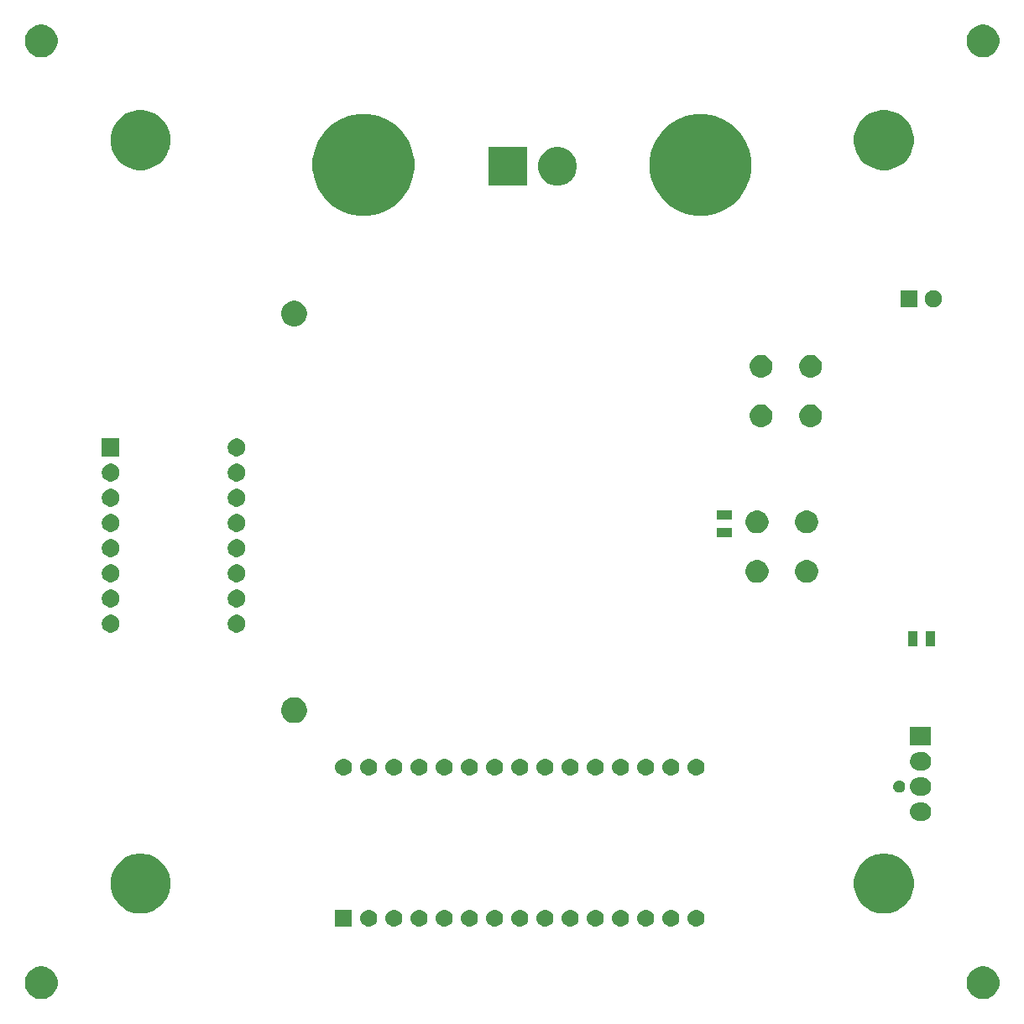
<source format=gbs>
G04 #@! TF.GenerationSoftware,KiCad,Pcbnew,5.1.4+dfsg1-1*
G04 #@! TF.CreationDate,2020-08-20T21:45:12-05:00*
G04 #@! TF.ProjectId,HotBox,486f7442-6f78-42e6-9b69-6361645f7063,rev?*
G04 #@! TF.SameCoordinates,Original*
G04 #@! TF.FileFunction,Soldermask,Bot*
G04 #@! TF.FilePolarity,Negative*
%FSLAX46Y46*%
G04 Gerber Fmt 4.6, Leading zero omitted, Abs format (unit mm)*
G04 Created by KiCad (PCBNEW 5.1.4+dfsg1-1) date 2020-08-20 21:45:12*
%MOMM*%
%LPD*%
G04 APERTURE LIST*
%ADD10C,0.100000*%
G04 APERTURE END LIST*
D10*
G36*
X194748256Y-140224298D02*
G01*
X194854579Y-140245447D01*
X195155042Y-140369903D01*
X195425451Y-140550585D01*
X195655415Y-140780549D01*
X195836097Y-141050958D01*
X195960553Y-141351421D01*
X196024000Y-141670391D01*
X196024000Y-141995609D01*
X195960553Y-142314579D01*
X195836097Y-142615042D01*
X195655415Y-142885451D01*
X195425451Y-143115415D01*
X195155042Y-143296097D01*
X194854579Y-143420553D01*
X194748256Y-143441702D01*
X194535611Y-143484000D01*
X194210389Y-143484000D01*
X193997744Y-143441702D01*
X193891421Y-143420553D01*
X193590958Y-143296097D01*
X193320549Y-143115415D01*
X193090585Y-142885451D01*
X192909903Y-142615042D01*
X192785447Y-142314579D01*
X192722000Y-141995609D01*
X192722000Y-141670391D01*
X192785447Y-141351421D01*
X192909903Y-141050958D01*
X193090585Y-140780549D01*
X193320549Y-140550585D01*
X193590958Y-140369903D01*
X193891421Y-140245447D01*
X193997744Y-140224298D01*
X194210389Y-140182000D01*
X194535611Y-140182000D01*
X194748256Y-140224298D01*
X194748256Y-140224298D01*
G37*
G36*
X99748256Y-140224298D02*
G01*
X99854579Y-140245447D01*
X100155042Y-140369903D01*
X100425451Y-140550585D01*
X100655415Y-140780549D01*
X100836097Y-141050958D01*
X100960553Y-141351421D01*
X101024000Y-141670391D01*
X101024000Y-141995609D01*
X100960553Y-142314579D01*
X100836097Y-142615042D01*
X100655415Y-142885451D01*
X100425451Y-143115415D01*
X100155042Y-143296097D01*
X99854579Y-143420553D01*
X99748256Y-143441702D01*
X99535611Y-143484000D01*
X99210389Y-143484000D01*
X98997744Y-143441702D01*
X98891421Y-143420553D01*
X98590958Y-143296097D01*
X98320549Y-143115415D01*
X98090585Y-142885451D01*
X97909903Y-142615042D01*
X97785447Y-142314579D01*
X97722000Y-141995609D01*
X97722000Y-141670391D01*
X97785447Y-141351421D01*
X97909903Y-141050958D01*
X98090585Y-140780549D01*
X98320549Y-140550585D01*
X98590958Y-140369903D01*
X98891421Y-140245447D01*
X98997744Y-140224298D01*
X99210389Y-140182000D01*
X99535611Y-140182000D01*
X99748256Y-140224298D01*
X99748256Y-140224298D01*
G37*
G36*
X145279823Y-134494313D02*
G01*
X145440242Y-134542976D01*
X145572906Y-134613886D01*
X145588078Y-134621996D01*
X145717659Y-134728341D01*
X145824004Y-134857922D01*
X145824005Y-134857924D01*
X145903024Y-135005758D01*
X145951687Y-135166177D01*
X145968117Y-135333000D01*
X145951687Y-135499823D01*
X145903024Y-135660242D01*
X145832114Y-135792906D01*
X145824004Y-135808078D01*
X145717659Y-135937659D01*
X145588078Y-136044004D01*
X145588076Y-136044005D01*
X145440242Y-136123024D01*
X145279823Y-136171687D01*
X145154804Y-136184000D01*
X145071196Y-136184000D01*
X144946177Y-136171687D01*
X144785758Y-136123024D01*
X144637924Y-136044005D01*
X144637922Y-136044004D01*
X144508341Y-135937659D01*
X144401996Y-135808078D01*
X144393886Y-135792906D01*
X144322976Y-135660242D01*
X144274313Y-135499823D01*
X144257883Y-135333000D01*
X144274313Y-135166177D01*
X144322976Y-135005758D01*
X144401995Y-134857924D01*
X144401996Y-134857922D01*
X144508341Y-134728341D01*
X144637922Y-134621996D01*
X144653094Y-134613886D01*
X144785758Y-134542976D01*
X144946177Y-134494313D01*
X145071196Y-134482000D01*
X145154804Y-134482000D01*
X145279823Y-134494313D01*
X145279823Y-134494313D01*
G37*
G36*
X163059823Y-134494313D02*
G01*
X163220242Y-134542976D01*
X163352906Y-134613886D01*
X163368078Y-134621996D01*
X163497659Y-134728341D01*
X163604004Y-134857922D01*
X163604005Y-134857924D01*
X163683024Y-135005758D01*
X163731687Y-135166177D01*
X163748117Y-135333000D01*
X163731687Y-135499823D01*
X163683024Y-135660242D01*
X163612114Y-135792906D01*
X163604004Y-135808078D01*
X163497659Y-135937659D01*
X163368078Y-136044004D01*
X163368076Y-136044005D01*
X163220242Y-136123024D01*
X163059823Y-136171687D01*
X162934804Y-136184000D01*
X162851196Y-136184000D01*
X162726177Y-136171687D01*
X162565758Y-136123024D01*
X162417924Y-136044005D01*
X162417922Y-136044004D01*
X162288341Y-135937659D01*
X162181996Y-135808078D01*
X162173886Y-135792906D01*
X162102976Y-135660242D01*
X162054313Y-135499823D01*
X162037883Y-135333000D01*
X162054313Y-135166177D01*
X162102976Y-135005758D01*
X162181995Y-134857924D01*
X162181996Y-134857922D01*
X162288341Y-134728341D01*
X162417922Y-134621996D01*
X162433094Y-134613886D01*
X162565758Y-134542976D01*
X162726177Y-134494313D01*
X162851196Y-134482000D01*
X162934804Y-134482000D01*
X163059823Y-134494313D01*
X163059823Y-134494313D01*
G37*
G36*
X150359823Y-134494313D02*
G01*
X150520242Y-134542976D01*
X150652906Y-134613886D01*
X150668078Y-134621996D01*
X150797659Y-134728341D01*
X150904004Y-134857922D01*
X150904005Y-134857924D01*
X150983024Y-135005758D01*
X151031687Y-135166177D01*
X151048117Y-135333000D01*
X151031687Y-135499823D01*
X150983024Y-135660242D01*
X150912114Y-135792906D01*
X150904004Y-135808078D01*
X150797659Y-135937659D01*
X150668078Y-136044004D01*
X150668076Y-136044005D01*
X150520242Y-136123024D01*
X150359823Y-136171687D01*
X150234804Y-136184000D01*
X150151196Y-136184000D01*
X150026177Y-136171687D01*
X149865758Y-136123024D01*
X149717924Y-136044005D01*
X149717922Y-136044004D01*
X149588341Y-135937659D01*
X149481996Y-135808078D01*
X149473886Y-135792906D01*
X149402976Y-135660242D01*
X149354313Y-135499823D01*
X149337883Y-135333000D01*
X149354313Y-135166177D01*
X149402976Y-135005758D01*
X149481995Y-134857924D01*
X149481996Y-134857922D01*
X149588341Y-134728341D01*
X149717922Y-134621996D01*
X149733094Y-134613886D01*
X149865758Y-134542976D01*
X150026177Y-134494313D01*
X150151196Y-134482000D01*
X150234804Y-134482000D01*
X150359823Y-134494313D01*
X150359823Y-134494313D01*
G37*
G36*
X147819823Y-134494313D02*
G01*
X147980242Y-134542976D01*
X148112906Y-134613886D01*
X148128078Y-134621996D01*
X148257659Y-134728341D01*
X148364004Y-134857922D01*
X148364005Y-134857924D01*
X148443024Y-135005758D01*
X148491687Y-135166177D01*
X148508117Y-135333000D01*
X148491687Y-135499823D01*
X148443024Y-135660242D01*
X148372114Y-135792906D01*
X148364004Y-135808078D01*
X148257659Y-135937659D01*
X148128078Y-136044004D01*
X148128076Y-136044005D01*
X147980242Y-136123024D01*
X147819823Y-136171687D01*
X147694804Y-136184000D01*
X147611196Y-136184000D01*
X147486177Y-136171687D01*
X147325758Y-136123024D01*
X147177924Y-136044005D01*
X147177922Y-136044004D01*
X147048341Y-135937659D01*
X146941996Y-135808078D01*
X146933886Y-135792906D01*
X146862976Y-135660242D01*
X146814313Y-135499823D01*
X146797883Y-135333000D01*
X146814313Y-135166177D01*
X146862976Y-135005758D01*
X146941995Y-134857924D01*
X146941996Y-134857922D01*
X147048341Y-134728341D01*
X147177922Y-134621996D01*
X147193094Y-134613886D01*
X147325758Y-134542976D01*
X147486177Y-134494313D01*
X147611196Y-134482000D01*
X147694804Y-134482000D01*
X147819823Y-134494313D01*
X147819823Y-134494313D01*
G37*
G36*
X152899823Y-134494313D02*
G01*
X153060242Y-134542976D01*
X153192906Y-134613886D01*
X153208078Y-134621996D01*
X153337659Y-134728341D01*
X153444004Y-134857922D01*
X153444005Y-134857924D01*
X153523024Y-135005758D01*
X153571687Y-135166177D01*
X153588117Y-135333000D01*
X153571687Y-135499823D01*
X153523024Y-135660242D01*
X153452114Y-135792906D01*
X153444004Y-135808078D01*
X153337659Y-135937659D01*
X153208078Y-136044004D01*
X153208076Y-136044005D01*
X153060242Y-136123024D01*
X152899823Y-136171687D01*
X152774804Y-136184000D01*
X152691196Y-136184000D01*
X152566177Y-136171687D01*
X152405758Y-136123024D01*
X152257924Y-136044005D01*
X152257922Y-136044004D01*
X152128341Y-135937659D01*
X152021996Y-135808078D01*
X152013886Y-135792906D01*
X151942976Y-135660242D01*
X151894313Y-135499823D01*
X151877883Y-135333000D01*
X151894313Y-135166177D01*
X151942976Y-135005758D01*
X152021995Y-134857924D01*
X152021996Y-134857922D01*
X152128341Y-134728341D01*
X152257922Y-134621996D01*
X152273094Y-134613886D01*
X152405758Y-134542976D01*
X152566177Y-134494313D01*
X152691196Y-134482000D01*
X152774804Y-134482000D01*
X152899823Y-134494313D01*
X152899823Y-134494313D01*
G37*
G36*
X155439823Y-134494313D02*
G01*
X155600242Y-134542976D01*
X155732906Y-134613886D01*
X155748078Y-134621996D01*
X155877659Y-134728341D01*
X155984004Y-134857922D01*
X155984005Y-134857924D01*
X156063024Y-135005758D01*
X156111687Y-135166177D01*
X156128117Y-135333000D01*
X156111687Y-135499823D01*
X156063024Y-135660242D01*
X155992114Y-135792906D01*
X155984004Y-135808078D01*
X155877659Y-135937659D01*
X155748078Y-136044004D01*
X155748076Y-136044005D01*
X155600242Y-136123024D01*
X155439823Y-136171687D01*
X155314804Y-136184000D01*
X155231196Y-136184000D01*
X155106177Y-136171687D01*
X154945758Y-136123024D01*
X154797924Y-136044005D01*
X154797922Y-136044004D01*
X154668341Y-135937659D01*
X154561996Y-135808078D01*
X154553886Y-135792906D01*
X154482976Y-135660242D01*
X154434313Y-135499823D01*
X154417883Y-135333000D01*
X154434313Y-135166177D01*
X154482976Y-135005758D01*
X154561995Y-134857924D01*
X154561996Y-134857922D01*
X154668341Y-134728341D01*
X154797922Y-134621996D01*
X154813094Y-134613886D01*
X154945758Y-134542976D01*
X155106177Y-134494313D01*
X155231196Y-134482000D01*
X155314804Y-134482000D01*
X155439823Y-134494313D01*
X155439823Y-134494313D01*
G37*
G36*
X142739823Y-134494313D02*
G01*
X142900242Y-134542976D01*
X143032906Y-134613886D01*
X143048078Y-134621996D01*
X143177659Y-134728341D01*
X143284004Y-134857922D01*
X143284005Y-134857924D01*
X143363024Y-135005758D01*
X143411687Y-135166177D01*
X143428117Y-135333000D01*
X143411687Y-135499823D01*
X143363024Y-135660242D01*
X143292114Y-135792906D01*
X143284004Y-135808078D01*
X143177659Y-135937659D01*
X143048078Y-136044004D01*
X143048076Y-136044005D01*
X142900242Y-136123024D01*
X142739823Y-136171687D01*
X142614804Y-136184000D01*
X142531196Y-136184000D01*
X142406177Y-136171687D01*
X142245758Y-136123024D01*
X142097924Y-136044005D01*
X142097922Y-136044004D01*
X141968341Y-135937659D01*
X141861996Y-135808078D01*
X141853886Y-135792906D01*
X141782976Y-135660242D01*
X141734313Y-135499823D01*
X141717883Y-135333000D01*
X141734313Y-135166177D01*
X141782976Y-135005758D01*
X141861995Y-134857924D01*
X141861996Y-134857922D01*
X141968341Y-134728341D01*
X142097922Y-134621996D01*
X142113094Y-134613886D01*
X142245758Y-134542976D01*
X142406177Y-134494313D01*
X142531196Y-134482000D01*
X142614804Y-134482000D01*
X142739823Y-134494313D01*
X142739823Y-134494313D01*
G37*
G36*
X157979823Y-134494313D02*
G01*
X158140242Y-134542976D01*
X158272906Y-134613886D01*
X158288078Y-134621996D01*
X158417659Y-134728341D01*
X158524004Y-134857922D01*
X158524005Y-134857924D01*
X158603024Y-135005758D01*
X158651687Y-135166177D01*
X158668117Y-135333000D01*
X158651687Y-135499823D01*
X158603024Y-135660242D01*
X158532114Y-135792906D01*
X158524004Y-135808078D01*
X158417659Y-135937659D01*
X158288078Y-136044004D01*
X158288076Y-136044005D01*
X158140242Y-136123024D01*
X157979823Y-136171687D01*
X157854804Y-136184000D01*
X157771196Y-136184000D01*
X157646177Y-136171687D01*
X157485758Y-136123024D01*
X157337924Y-136044005D01*
X157337922Y-136044004D01*
X157208341Y-135937659D01*
X157101996Y-135808078D01*
X157093886Y-135792906D01*
X157022976Y-135660242D01*
X156974313Y-135499823D01*
X156957883Y-135333000D01*
X156974313Y-135166177D01*
X157022976Y-135005758D01*
X157101995Y-134857924D01*
X157101996Y-134857922D01*
X157208341Y-134728341D01*
X157337922Y-134621996D01*
X157353094Y-134613886D01*
X157485758Y-134542976D01*
X157646177Y-134494313D01*
X157771196Y-134482000D01*
X157854804Y-134482000D01*
X157979823Y-134494313D01*
X157979823Y-134494313D01*
G37*
G36*
X160519823Y-134494313D02*
G01*
X160680242Y-134542976D01*
X160812906Y-134613886D01*
X160828078Y-134621996D01*
X160957659Y-134728341D01*
X161064004Y-134857922D01*
X161064005Y-134857924D01*
X161143024Y-135005758D01*
X161191687Y-135166177D01*
X161208117Y-135333000D01*
X161191687Y-135499823D01*
X161143024Y-135660242D01*
X161072114Y-135792906D01*
X161064004Y-135808078D01*
X160957659Y-135937659D01*
X160828078Y-136044004D01*
X160828076Y-136044005D01*
X160680242Y-136123024D01*
X160519823Y-136171687D01*
X160394804Y-136184000D01*
X160311196Y-136184000D01*
X160186177Y-136171687D01*
X160025758Y-136123024D01*
X159877924Y-136044005D01*
X159877922Y-136044004D01*
X159748341Y-135937659D01*
X159641996Y-135808078D01*
X159633886Y-135792906D01*
X159562976Y-135660242D01*
X159514313Y-135499823D01*
X159497883Y-135333000D01*
X159514313Y-135166177D01*
X159562976Y-135005758D01*
X159641995Y-134857924D01*
X159641996Y-134857922D01*
X159748341Y-134728341D01*
X159877922Y-134621996D01*
X159893094Y-134613886D01*
X160025758Y-134542976D01*
X160186177Y-134494313D01*
X160311196Y-134482000D01*
X160394804Y-134482000D01*
X160519823Y-134494313D01*
X160519823Y-134494313D01*
G37*
G36*
X140199823Y-134494313D02*
G01*
X140360242Y-134542976D01*
X140492906Y-134613886D01*
X140508078Y-134621996D01*
X140637659Y-134728341D01*
X140744004Y-134857922D01*
X140744005Y-134857924D01*
X140823024Y-135005758D01*
X140871687Y-135166177D01*
X140888117Y-135333000D01*
X140871687Y-135499823D01*
X140823024Y-135660242D01*
X140752114Y-135792906D01*
X140744004Y-135808078D01*
X140637659Y-135937659D01*
X140508078Y-136044004D01*
X140508076Y-136044005D01*
X140360242Y-136123024D01*
X140199823Y-136171687D01*
X140074804Y-136184000D01*
X139991196Y-136184000D01*
X139866177Y-136171687D01*
X139705758Y-136123024D01*
X139557924Y-136044005D01*
X139557922Y-136044004D01*
X139428341Y-135937659D01*
X139321996Y-135808078D01*
X139313886Y-135792906D01*
X139242976Y-135660242D01*
X139194313Y-135499823D01*
X139177883Y-135333000D01*
X139194313Y-135166177D01*
X139242976Y-135005758D01*
X139321995Y-134857924D01*
X139321996Y-134857922D01*
X139428341Y-134728341D01*
X139557922Y-134621996D01*
X139573094Y-134613886D01*
X139705758Y-134542976D01*
X139866177Y-134494313D01*
X139991196Y-134482000D01*
X140074804Y-134482000D01*
X140199823Y-134494313D01*
X140199823Y-134494313D01*
G37*
G36*
X137659823Y-134494313D02*
G01*
X137820242Y-134542976D01*
X137952906Y-134613886D01*
X137968078Y-134621996D01*
X138097659Y-134728341D01*
X138204004Y-134857922D01*
X138204005Y-134857924D01*
X138283024Y-135005758D01*
X138331687Y-135166177D01*
X138348117Y-135333000D01*
X138331687Y-135499823D01*
X138283024Y-135660242D01*
X138212114Y-135792906D01*
X138204004Y-135808078D01*
X138097659Y-135937659D01*
X137968078Y-136044004D01*
X137968076Y-136044005D01*
X137820242Y-136123024D01*
X137659823Y-136171687D01*
X137534804Y-136184000D01*
X137451196Y-136184000D01*
X137326177Y-136171687D01*
X137165758Y-136123024D01*
X137017924Y-136044005D01*
X137017922Y-136044004D01*
X136888341Y-135937659D01*
X136781996Y-135808078D01*
X136773886Y-135792906D01*
X136702976Y-135660242D01*
X136654313Y-135499823D01*
X136637883Y-135333000D01*
X136654313Y-135166177D01*
X136702976Y-135005758D01*
X136781995Y-134857924D01*
X136781996Y-134857922D01*
X136888341Y-134728341D01*
X137017922Y-134621996D01*
X137033094Y-134613886D01*
X137165758Y-134542976D01*
X137326177Y-134494313D01*
X137451196Y-134482000D01*
X137534804Y-134482000D01*
X137659823Y-134494313D01*
X137659823Y-134494313D01*
G37*
G36*
X135119823Y-134494313D02*
G01*
X135280242Y-134542976D01*
X135412906Y-134613886D01*
X135428078Y-134621996D01*
X135557659Y-134728341D01*
X135664004Y-134857922D01*
X135664005Y-134857924D01*
X135743024Y-135005758D01*
X135791687Y-135166177D01*
X135808117Y-135333000D01*
X135791687Y-135499823D01*
X135743024Y-135660242D01*
X135672114Y-135792906D01*
X135664004Y-135808078D01*
X135557659Y-135937659D01*
X135428078Y-136044004D01*
X135428076Y-136044005D01*
X135280242Y-136123024D01*
X135119823Y-136171687D01*
X134994804Y-136184000D01*
X134911196Y-136184000D01*
X134786177Y-136171687D01*
X134625758Y-136123024D01*
X134477924Y-136044005D01*
X134477922Y-136044004D01*
X134348341Y-135937659D01*
X134241996Y-135808078D01*
X134233886Y-135792906D01*
X134162976Y-135660242D01*
X134114313Y-135499823D01*
X134097883Y-135333000D01*
X134114313Y-135166177D01*
X134162976Y-135005758D01*
X134241995Y-134857924D01*
X134241996Y-134857922D01*
X134348341Y-134728341D01*
X134477922Y-134621996D01*
X134493094Y-134613886D01*
X134625758Y-134542976D01*
X134786177Y-134494313D01*
X134911196Y-134482000D01*
X134994804Y-134482000D01*
X135119823Y-134494313D01*
X135119823Y-134494313D01*
G37*
G36*
X132579823Y-134494313D02*
G01*
X132740242Y-134542976D01*
X132872906Y-134613886D01*
X132888078Y-134621996D01*
X133017659Y-134728341D01*
X133124004Y-134857922D01*
X133124005Y-134857924D01*
X133203024Y-135005758D01*
X133251687Y-135166177D01*
X133268117Y-135333000D01*
X133251687Y-135499823D01*
X133203024Y-135660242D01*
X133132114Y-135792906D01*
X133124004Y-135808078D01*
X133017659Y-135937659D01*
X132888078Y-136044004D01*
X132888076Y-136044005D01*
X132740242Y-136123024D01*
X132579823Y-136171687D01*
X132454804Y-136184000D01*
X132371196Y-136184000D01*
X132246177Y-136171687D01*
X132085758Y-136123024D01*
X131937924Y-136044005D01*
X131937922Y-136044004D01*
X131808341Y-135937659D01*
X131701996Y-135808078D01*
X131693886Y-135792906D01*
X131622976Y-135660242D01*
X131574313Y-135499823D01*
X131557883Y-135333000D01*
X131574313Y-135166177D01*
X131622976Y-135005758D01*
X131701995Y-134857924D01*
X131701996Y-134857922D01*
X131808341Y-134728341D01*
X131937922Y-134621996D01*
X131953094Y-134613886D01*
X132085758Y-134542976D01*
X132246177Y-134494313D01*
X132371196Y-134482000D01*
X132454804Y-134482000D01*
X132579823Y-134494313D01*
X132579823Y-134494313D01*
G37*
G36*
X130724000Y-136184000D02*
G01*
X129022000Y-136184000D01*
X129022000Y-134482000D01*
X130724000Y-134482000D01*
X130724000Y-136184000D01*
X130724000Y-136184000D01*
G37*
G36*
X165599823Y-134494313D02*
G01*
X165760242Y-134542976D01*
X165892906Y-134613886D01*
X165908078Y-134621996D01*
X166037659Y-134728341D01*
X166144004Y-134857922D01*
X166144005Y-134857924D01*
X166223024Y-135005758D01*
X166271687Y-135166177D01*
X166288117Y-135333000D01*
X166271687Y-135499823D01*
X166223024Y-135660242D01*
X166152114Y-135792906D01*
X166144004Y-135808078D01*
X166037659Y-135937659D01*
X165908078Y-136044004D01*
X165908076Y-136044005D01*
X165760242Y-136123024D01*
X165599823Y-136171687D01*
X165474804Y-136184000D01*
X165391196Y-136184000D01*
X165266177Y-136171687D01*
X165105758Y-136123024D01*
X164957924Y-136044005D01*
X164957922Y-136044004D01*
X164828341Y-135937659D01*
X164721996Y-135808078D01*
X164713886Y-135792906D01*
X164642976Y-135660242D01*
X164594313Y-135499823D01*
X164577883Y-135333000D01*
X164594313Y-135166177D01*
X164642976Y-135005758D01*
X164721995Y-134857924D01*
X164721996Y-134857922D01*
X164828341Y-134728341D01*
X164957922Y-134621996D01*
X164973094Y-134613886D01*
X165105758Y-134542976D01*
X165266177Y-134494313D01*
X165391196Y-134482000D01*
X165474804Y-134482000D01*
X165599823Y-134494313D01*
X165599823Y-134494313D01*
G37*
G36*
X109961198Y-128875933D02*
G01*
X110252443Y-128933865D01*
X110801138Y-129161142D01*
X111294950Y-129491097D01*
X111714903Y-129911050D01*
X112044858Y-130404862D01*
X112272135Y-130953557D01*
X112388000Y-131536048D01*
X112388000Y-132129952D01*
X112272135Y-132712443D01*
X112044858Y-133261138D01*
X111714903Y-133754950D01*
X111294950Y-134174903D01*
X110801138Y-134504858D01*
X110801137Y-134504859D01*
X110801136Y-134504859D01*
X110709113Y-134542976D01*
X110252443Y-134732135D01*
X109961197Y-134790068D01*
X109669953Y-134848000D01*
X109076047Y-134848000D01*
X108784803Y-134790068D01*
X108493557Y-134732135D01*
X108036887Y-134542976D01*
X107944864Y-134504859D01*
X107944863Y-134504859D01*
X107944862Y-134504858D01*
X107451050Y-134174903D01*
X107031097Y-133754950D01*
X106701142Y-133261138D01*
X106473865Y-132712443D01*
X106358000Y-132129952D01*
X106358000Y-131536048D01*
X106473865Y-130953557D01*
X106701142Y-130404862D01*
X107031097Y-129911050D01*
X107451050Y-129491097D01*
X107944862Y-129161142D01*
X108493557Y-128933865D01*
X108784802Y-128875933D01*
X109076047Y-128818000D01*
X109669953Y-128818000D01*
X109961198Y-128875933D01*
X109961198Y-128875933D01*
G37*
G36*
X184961198Y-128875933D02*
G01*
X185252443Y-128933865D01*
X185801138Y-129161142D01*
X186294950Y-129491097D01*
X186714903Y-129911050D01*
X187044858Y-130404862D01*
X187272135Y-130953557D01*
X187388000Y-131536048D01*
X187388000Y-132129952D01*
X187272135Y-132712443D01*
X187044858Y-133261138D01*
X186714903Y-133754950D01*
X186294950Y-134174903D01*
X185801138Y-134504858D01*
X185801137Y-134504859D01*
X185801136Y-134504859D01*
X185709113Y-134542976D01*
X185252443Y-134732135D01*
X184961197Y-134790068D01*
X184669953Y-134848000D01*
X184076047Y-134848000D01*
X183784803Y-134790068D01*
X183493557Y-134732135D01*
X183036887Y-134542976D01*
X182944864Y-134504859D01*
X182944863Y-134504859D01*
X182944862Y-134504858D01*
X182451050Y-134174903D01*
X182031097Y-133754950D01*
X181701142Y-133261138D01*
X181473865Y-132712443D01*
X181358000Y-132129952D01*
X181358000Y-131536048D01*
X181473865Y-130953557D01*
X181701142Y-130404862D01*
X182031097Y-129911050D01*
X182451050Y-129491097D01*
X182944862Y-129161142D01*
X183493557Y-128933865D01*
X183784802Y-128875933D01*
X184076047Y-128818000D01*
X184669953Y-128818000D01*
X184961198Y-128875933D01*
X184961198Y-128875933D01*
G37*
G36*
X188383343Y-123668361D02*
G01*
X188402568Y-123670254D01*
X188488900Y-123696443D01*
X188575234Y-123722632D01*
X188734365Y-123807689D01*
X188873844Y-123922156D01*
X188988311Y-124061635D01*
X189073368Y-124220766D01*
X189125746Y-124393433D01*
X189143432Y-124573000D01*
X189125746Y-124752567D01*
X189073368Y-124925234D01*
X188988311Y-125084365D01*
X188873844Y-125223844D01*
X188734365Y-125338311D01*
X188575234Y-125423368D01*
X188488900Y-125449557D01*
X188402568Y-125475746D01*
X188383343Y-125477639D01*
X188267998Y-125489000D01*
X187878002Y-125489000D01*
X187762657Y-125477639D01*
X187743432Y-125475746D01*
X187657100Y-125449557D01*
X187570766Y-125423368D01*
X187411635Y-125338311D01*
X187272156Y-125223844D01*
X187157689Y-125084365D01*
X187072632Y-124925234D01*
X187020254Y-124752567D01*
X187002568Y-124573000D01*
X187020254Y-124393433D01*
X187072632Y-124220766D01*
X187157689Y-124061635D01*
X187272156Y-123922156D01*
X187411635Y-123807689D01*
X187570766Y-123722632D01*
X187657100Y-123696443D01*
X187743432Y-123670254D01*
X187762657Y-123668361D01*
X187878002Y-123657000D01*
X188267998Y-123657000D01*
X188383343Y-123668361D01*
X188383343Y-123668361D01*
G37*
G36*
X188383343Y-121128361D02*
G01*
X188402568Y-121130254D01*
X188488900Y-121156443D01*
X188575234Y-121182632D01*
X188734365Y-121267689D01*
X188873844Y-121382156D01*
X188988311Y-121521635D01*
X189073368Y-121680766D01*
X189125746Y-121853433D01*
X189143432Y-122033000D01*
X189125746Y-122212567D01*
X189073368Y-122385234D01*
X188988311Y-122544365D01*
X188873844Y-122683844D01*
X188734365Y-122798311D01*
X188575234Y-122883368D01*
X188488900Y-122909557D01*
X188402568Y-122935746D01*
X188383343Y-122937639D01*
X188267998Y-122949000D01*
X187878002Y-122949000D01*
X187762657Y-122937639D01*
X187743432Y-122935746D01*
X187657100Y-122909557D01*
X187570766Y-122883368D01*
X187411635Y-122798311D01*
X187272156Y-122683844D01*
X187157689Y-122544365D01*
X187072632Y-122385234D01*
X187020254Y-122212567D01*
X187002568Y-122033000D01*
X187020254Y-121853433D01*
X187072632Y-121680766D01*
X187157689Y-121521635D01*
X187272156Y-121382156D01*
X187411635Y-121267689D01*
X187570766Y-121182632D01*
X187657100Y-121156443D01*
X187743432Y-121130254D01*
X187762657Y-121128361D01*
X187878002Y-121117000D01*
X188267998Y-121117000D01*
X188383343Y-121128361D01*
X188383343Y-121128361D01*
G37*
G36*
X186049601Y-121447397D02*
G01*
X186088305Y-121455096D01*
X186120340Y-121468365D01*
X186197680Y-121500400D01*
X186296115Y-121566173D01*
X186379827Y-121649885D01*
X186445600Y-121748320D01*
X186477635Y-121825660D01*
X186490904Y-121857695D01*
X186514000Y-121973807D01*
X186514000Y-122092193D01*
X186490904Y-122208305D01*
X186489138Y-122212568D01*
X186445600Y-122317680D01*
X186379827Y-122416115D01*
X186296115Y-122499827D01*
X186197680Y-122565600D01*
X186120340Y-122597635D01*
X186088305Y-122610904D01*
X186049601Y-122618603D01*
X185972195Y-122634000D01*
X185853805Y-122634000D01*
X185776399Y-122618603D01*
X185737695Y-122610904D01*
X185705660Y-122597635D01*
X185628320Y-122565600D01*
X185529885Y-122499827D01*
X185446173Y-122416115D01*
X185380400Y-122317680D01*
X185336862Y-122212568D01*
X185335096Y-122208305D01*
X185312000Y-122092193D01*
X185312000Y-121973807D01*
X185335096Y-121857695D01*
X185348365Y-121825660D01*
X185380400Y-121748320D01*
X185446173Y-121649885D01*
X185529885Y-121566173D01*
X185628320Y-121500400D01*
X185705660Y-121468365D01*
X185737695Y-121455096D01*
X185776399Y-121447397D01*
X185853805Y-121432000D01*
X185972195Y-121432000D01*
X186049601Y-121447397D01*
X186049601Y-121447397D01*
G37*
G36*
X150359823Y-119254313D02*
G01*
X150520242Y-119302976D01*
X150652906Y-119373886D01*
X150668078Y-119381996D01*
X150797659Y-119488341D01*
X150904004Y-119617922D01*
X150904005Y-119617924D01*
X150983024Y-119765758D01*
X151031687Y-119926177D01*
X151048117Y-120093000D01*
X151031687Y-120259823D01*
X150983024Y-120420242D01*
X150912114Y-120552906D01*
X150904004Y-120568078D01*
X150797659Y-120697659D01*
X150668078Y-120804004D01*
X150668076Y-120804005D01*
X150520242Y-120883024D01*
X150359823Y-120931687D01*
X150234804Y-120944000D01*
X150151196Y-120944000D01*
X150026177Y-120931687D01*
X149865758Y-120883024D01*
X149717924Y-120804005D01*
X149717922Y-120804004D01*
X149588341Y-120697659D01*
X149481996Y-120568078D01*
X149473886Y-120552906D01*
X149402976Y-120420242D01*
X149354313Y-120259823D01*
X149337883Y-120093000D01*
X149354313Y-119926177D01*
X149402976Y-119765758D01*
X149481995Y-119617924D01*
X149481996Y-119617922D01*
X149588341Y-119488341D01*
X149717922Y-119381996D01*
X149733094Y-119373886D01*
X149865758Y-119302976D01*
X150026177Y-119254313D01*
X150151196Y-119242000D01*
X150234804Y-119242000D01*
X150359823Y-119254313D01*
X150359823Y-119254313D01*
G37*
G36*
X132579823Y-119254313D02*
G01*
X132740242Y-119302976D01*
X132872906Y-119373886D01*
X132888078Y-119381996D01*
X133017659Y-119488341D01*
X133124004Y-119617922D01*
X133124005Y-119617924D01*
X133203024Y-119765758D01*
X133251687Y-119926177D01*
X133268117Y-120093000D01*
X133251687Y-120259823D01*
X133203024Y-120420242D01*
X133132114Y-120552906D01*
X133124004Y-120568078D01*
X133017659Y-120697659D01*
X132888078Y-120804004D01*
X132888076Y-120804005D01*
X132740242Y-120883024D01*
X132579823Y-120931687D01*
X132454804Y-120944000D01*
X132371196Y-120944000D01*
X132246177Y-120931687D01*
X132085758Y-120883024D01*
X131937924Y-120804005D01*
X131937922Y-120804004D01*
X131808341Y-120697659D01*
X131701996Y-120568078D01*
X131693886Y-120552906D01*
X131622976Y-120420242D01*
X131574313Y-120259823D01*
X131557883Y-120093000D01*
X131574313Y-119926177D01*
X131622976Y-119765758D01*
X131701995Y-119617924D01*
X131701996Y-119617922D01*
X131808341Y-119488341D01*
X131937922Y-119381996D01*
X131953094Y-119373886D01*
X132085758Y-119302976D01*
X132246177Y-119254313D01*
X132371196Y-119242000D01*
X132454804Y-119242000D01*
X132579823Y-119254313D01*
X132579823Y-119254313D01*
G37*
G36*
X135119823Y-119254313D02*
G01*
X135280242Y-119302976D01*
X135412906Y-119373886D01*
X135428078Y-119381996D01*
X135557659Y-119488341D01*
X135664004Y-119617922D01*
X135664005Y-119617924D01*
X135743024Y-119765758D01*
X135791687Y-119926177D01*
X135808117Y-120093000D01*
X135791687Y-120259823D01*
X135743024Y-120420242D01*
X135672114Y-120552906D01*
X135664004Y-120568078D01*
X135557659Y-120697659D01*
X135428078Y-120804004D01*
X135428076Y-120804005D01*
X135280242Y-120883024D01*
X135119823Y-120931687D01*
X134994804Y-120944000D01*
X134911196Y-120944000D01*
X134786177Y-120931687D01*
X134625758Y-120883024D01*
X134477924Y-120804005D01*
X134477922Y-120804004D01*
X134348341Y-120697659D01*
X134241996Y-120568078D01*
X134233886Y-120552906D01*
X134162976Y-120420242D01*
X134114313Y-120259823D01*
X134097883Y-120093000D01*
X134114313Y-119926177D01*
X134162976Y-119765758D01*
X134241995Y-119617924D01*
X134241996Y-119617922D01*
X134348341Y-119488341D01*
X134477922Y-119381996D01*
X134493094Y-119373886D01*
X134625758Y-119302976D01*
X134786177Y-119254313D01*
X134911196Y-119242000D01*
X134994804Y-119242000D01*
X135119823Y-119254313D01*
X135119823Y-119254313D01*
G37*
G36*
X137659823Y-119254313D02*
G01*
X137820242Y-119302976D01*
X137952906Y-119373886D01*
X137968078Y-119381996D01*
X138097659Y-119488341D01*
X138204004Y-119617922D01*
X138204005Y-119617924D01*
X138283024Y-119765758D01*
X138331687Y-119926177D01*
X138348117Y-120093000D01*
X138331687Y-120259823D01*
X138283024Y-120420242D01*
X138212114Y-120552906D01*
X138204004Y-120568078D01*
X138097659Y-120697659D01*
X137968078Y-120804004D01*
X137968076Y-120804005D01*
X137820242Y-120883024D01*
X137659823Y-120931687D01*
X137534804Y-120944000D01*
X137451196Y-120944000D01*
X137326177Y-120931687D01*
X137165758Y-120883024D01*
X137017924Y-120804005D01*
X137017922Y-120804004D01*
X136888341Y-120697659D01*
X136781996Y-120568078D01*
X136773886Y-120552906D01*
X136702976Y-120420242D01*
X136654313Y-120259823D01*
X136637883Y-120093000D01*
X136654313Y-119926177D01*
X136702976Y-119765758D01*
X136781995Y-119617924D01*
X136781996Y-119617922D01*
X136888341Y-119488341D01*
X137017922Y-119381996D01*
X137033094Y-119373886D01*
X137165758Y-119302976D01*
X137326177Y-119254313D01*
X137451196Y-119242000D01*
X137534804Y-119242000D01*
X137659823Y-119254313D01*
X137659823Y-119254313D01*
G37*
G36*
X140199823Y-119254313D02*
G01*
X140360242Y-119302976D01*
X140492906Y-119373886D01*
X140508078Y-119381996D01*
X140637659Y-119488341D01*
X140744004Y-119617922D01*
X140744005Y-119617924D01*
X140823024Y-119765758D01*
X140871687Y-119926177D01*
X140888117Y-120093000D01*
X140871687Y-120259823D01*
X140823024Y-120420242D01*
X140752114Y-120552906D01*
X140744004Y-120568078D01*
X140637659Y-120697659D01*
X140508078Y-120804004D01*
X140508076Y-120804005D01*
X140360242Y-120883024D01*
X140199823Y-120931687D01*
X140074804Y-120944000D01*
X139991196Y-120944000D01*
X139866177Y-120931687D01*
X139705758Y-120883024D01*
X139557924Y-120804005D01*
X139557922Y-120804004D01*
X139428341Y-120697659D01*
X139321996Y-120568078D01*
X139313886Y-120552906D01*
X139242976Y-120420242D01*
X139194313Y-120259823D01*
X139177883Y-120093000D01*
X139194313Y-119926177D01*
X139242976Y-119765758D01*
X139321995Y-119617924D01*
X139321996Y-119617922D01*
X139428341Y-119488341D01*
X139557922Y-119381996D01*
X139573094Y-119373886D01*
X139705758Y-119302976D01*
X139866177Y-119254313D01*
X139991196Y-119242000D01*
X140074804Y-119242000D01*
X140199823Y-119254313D01*
X140199823Y-119254313D01*
G37*
G36*
X145279823Y-119254313D02*
G01*
X145440242Y-119302976D01*
X145572906Y-119373886D01*
X145588078Y-119381996D01*
X145717659Y-119488341D01*
X145824004Y-119617922D01*
X145824005Y-119617924D01*
X145903024Y-119765758D01*
X145951687Y-119926177D01*
X145968117Y-120093000D01*
X145951687Y-120259823D01*
X145903024Y-120420242D01*
X145832114Y-120552906D01*
X145824004Y-120568078D01*
X145717659Y-120697659D01*
X145588078Y-120804004D01*
X145588076Y-120804005D01*
X145440242Y-120883024D01*
X145279823Y-120931687D01*
X145154804Y-120944000D01*
X145071196Y-120944000D01*
X144946177Y-120931687D01*
X144785758Y-120883024D01*
X144637924Y-120804005D01*
X144637922Y-120804004D01*
X144508341Y-120697659D01*
X144401996Y-120568078D01*
X144393886Y-120552906D01*
X144322976Y-120420242D01*
X144274313Y-120259823D01*
X144257883Y-120093000D01*
X144274313Y-119926177D01*
X144322976Y-119765758D01*
X144401995Y-119617924D01*
X144401996Y-119617922D01*
X144508341Y-119488341D01*
X144637922Y-119381996D01*
X144653094Y-119373886D01*
X144785758Y-119302976D01*
X144946177Y-119254313D01*
X145071196Y-119242000D01*
X145154804Y-119242000D01*
X145279823Y-119254313D01*
X145279823Y-119254313D01*
G37*
G36*
X165599823Y-119254313D02*
G01*
X165760242Y-119302976D01*
X165892906Y-119373886D01*
X165908078Y-119381996D01*
X166037659Y-119488341D01*
X166144004Y-119617922D01*
X166144005Y-119617924D01*
X166223024Y-119765758D01*
X166271687Y-119926177D01*
X166288117Y-120093000D01*
X166271687Y-120259823D01*
X166223024Y-120420242D01*
X166152114Y-120552906D01*
X166144004Y-120568078D01*
X166037659Y-120697659D01*
X165908078Y-120804004D01*
X165908076Y-120804005D01*
X165760242Y-120883024D01*
X165599823Y-120931687D01*
X165474804Y-120944000D01*
X165391196Y-120944000D01*
X165266177Y-120931687D01*
X165105758Y-120883024D01*
X164957924Y-120804005D01*
X164957922Y-120804004D01*
X164828341Y-120697659D01*
X164721996Y-120568078D01*
X164713886Y-120552906D01*
X164642976Y-120420242D01*
X164594313Y-120259823D01*
X164577883Y-120093000D01*
X164594313Y-119926177D01*
X164642976Y-119765758D01*
X164721995Y-119617924D01*
X164721996Y-119617922D01*
X164828341Y-119488341D01*
X164957922Y-119381996D01*
X164973094Y-119373886D01*
X165105758Y-119302976D01*
X165266177Y-119254313D01*
X165391196Y-119242000D01*
X165474804Y-119242000D01*
X165599823Y-119254313D01*
X165599823Y-119254313D01*
G37*
G36*
X142739823Y-119254313D02*
G01*
X142900242Y-119302976D01*
X143032906Y-119373886D01*
X143048078Y-119381996D01*
X143177659Y-119488341D01*
X143284004Y-119617922D01*
X143284005Y-119617924D01*
X143363024Y-119765758D01*
X143411687Y-119926177D01*
X143428117Y-120093000D01*
X143411687Y-120259823D01*
X143363024Y-120420242D01*
X143292114Y-120552906D01*
X143284004Y-120568078D01*
X143177659Y-120697659D01*
X143048078Y-120804004D01*
X143048076Y-120804005D01*
X142900242Y-120883024D01*
X142739823Y-120931687D01*
X142614804Y-120944000D01*
X142531196Y-120944000D01*
X142406177Y-120931687D01*
X142245758Y-120883024D01*
X142097924Y-120804005D01*
X142097922Y-120804004D01*
X141968341Y-120697659D01*
X141861996Y-120568078D01*
X141853886Y-120552906D01*
X141782976Y-120420242D01*
X141734313Y-120259823D01*
X141717883Y-120093000D01*
X141734313Y-119926177D01*
X141782976Y-119765758D01*
X141861995Y-119617924D01*
X141861996Y-119617922D01*
X141968341Y-119488341D01*
X142097922Y-119381996D01*
X142113094Y-119373886D01*
X142245758Y-119302976D01*
X142406177Y-119254313D01*
X142531196Y-119242000D01*
X142614804Y-119242000D01*
X142739823Y-119254313D01*
X142739823Y-119254313D01*
G37*
G36*
X130039823Y-119254313D02*
G01*
X130200242Y-119302976D01*
X130332906Y-119373886D01*
X130348078Y-119381996D01*
X130477659Y-119488341D01*
X130584004Y-119617922D01*
X130584005Y-119617924D01*
X130663024Y-119765758D01*
X130711687Y-119926177D01*
X130728117Y-120093000D01*
X130711687Y-120259823D01*
X130663024Y-120420242D01*
X130592114Y-120552906D01*
X130584004Y-120568078D01*
X130477659Y-120697659D01*
X130348078Y-120804004D01*
X130348076Y-120804005D01*
X130200242Y-120883024D01*
X130039823Y-120931687D01*
X129914804Y-120944000D01*
X129831196Y-120944000D01*
X129706177Y-120931687D01*
X129545758Y-120883024D01*
X129397924Y-120804005D01*
X129397922Y-120804004D01*
X129268341Y-120697659D01*
X129161996Y-120568078D01*
X129153886Y-120552906D01*
X129082976Y-120420242D01*
X129034313Y-120259823D01*
X129017883Y-120093000D01*
X129034313Y-119926177D01*
X129082976Y-119765758D01*
X129161995Y-119617924D01*
X129161996Y-119617922D01*
X129268341Y-119488341D01*
X129397922Y-119381996D01*
X129413094Y-119373886D01*
X129545758Y-119302976D01*
X129706177Y-119254313D01*
X129831196Y-119242000D01*
X129914804Y-119242000D01*
X130039823Y-119254313D01*
X130039823Y-119254313D01*
G37*
G36*
X163059823Y-119254313D02*
G01*
X163220242Y-119302976D01*
X163352906Y-119373886D01*
X163368078Y-119381996D01*
X163497659Y-119488341D01*
X163604004Y-119617922D01*
X163604005Y-119617924D01*
X163683024Y-119765758D01*
X163731687Y-119926177D01*
X163748117Y-120093000D01*
X163731687Y-120259823D01*
X163683024Y-120420242D01*
X163612114Y-120552906D01*
X163604004Y-120568078D01*
X163497659Y-120697659D01*
X163368078Y-120804004D01*
X163368076Y-120804005D01*
X163220242Y-120883024D01*
X163059823Y-120931687D01*
X162934804Y-120944000D01*
X162851196Y-120944000D01*
X162726177Y-120931687D01*
X162565758Y-120883024D01*
X162417924Y-120804005D01*
X162417922Y-120804004D01*
X162288341Y-120697659D01*
X162181996Y-120568078D01*
X162173886Y-120552906D01*
X162102976Y-120420242D01*
X162054313Y-120259823D01*
X162037883Y-120093000D01*
X162054313Y-119926177D01*
X162102976Y-119765758D01*
X162181995Y-119617924D01*
X162181996Y-119617922D01*
X162288341Y-119488341D01*
X162417922Y-119381996D01*
X162433094Y-119373886D01*
X162565758Y-119302976D01*
X162726177Y-119254313D01*
X162851196Y-119242000D01*
X162934804Y-119242000D01*
X163059823Y-119254313D01*
X163059823Y-119254313D01*
G37*
G36*
X147819823Y-119254313D02*
G01*
X147980242Y-119302976D01*
X148112906Y-119373886D01*
X148128078Y-119381996D01*
X148257659Y-119488341D01*
X148364004Y-119617922D01*
X148364005Y-119617924D01*
X148443024Y-119765758D01*
X148491687Y-119926177D01*
X148508117Y-120093000D01*
X148491687Y-120259823D01*
X148443024Y-120420242D01*
X148372114Y-120552906D01*
X148364004Y-120568078D01*
X148257659Y-120697659D01*
X148128078Y-120804004D01*
X148128076Y-120804005D01*
X147980242Y-120883024D01*
X147819823Y-120931687D01*
X147694804Y-120944000D01*
X147611196Y-120944000D01*
X147486177Y-120931687D01*
X147325758Y-120883024D01*
X147177924Y-120804005D01*
X147177922Y-120804004D01*
X147048341Y-120697659D01*
X146941996Y-120568078D01*
X146933886Y-120552906D01*
X146862976Y-120420242D01*
X146814313Y-120259823D01*
X146797883Y-120093000D01*
X146814313Y-119926177D01*
X146862976Y-119765758D01*
X146941995Y-119617924D01*
X146941996Y-119617922D01*
X147048341Y-119488341D01*
X147177922Y-119381996D01*
X147193094Y-119373886D01*
X147325758Y-119302976D01*
X147486177Y-119254313D01*
X147611196Y-119242000D01*
X147694804Y-119242000D01*
X147819823Y-119254313D01*
X147819823Y-119254313D01*
G37*
G36*
X160519823Y-119254313D02*
G01*
X160680242Y-119302976D01*
X160812906Y-119373886D01*
X160828078Y-119381996D01*
X160957659Y-119488341D01*
X161064004Y-119617922D01*
X161064005Y-119617924D01*
X161143024Y-119765758D01*
X161191687Y-119926177D01*
X161208117Y-120093000D01*
X161191687Y-120259823D01*
X161143024Y-120420242D01*
X161072114Y-120552906D01*
X161064004Y-120568078D01*
X160957659Y-120697659D01*
X160828078Y-120804004D01*
X160828076Y-120804005D01*
X160680242Y-120883024D01*
X160519823Y-120931687D01*
X160394804Y-120944000D01*
X160311196Y-120944000D01*
X160186177Y-120931687D01*
X160025758Y-120883024D01*
X159877924Y-120804005D01*
X159877922Y-120804004D01*
X159748341Y-120697659D01*
X159641996Y-120568078D01*
X159633886Y-120552906D01*
X159562976Y-120420242D01*
X159514313Y-120259823D01*
X159497883Y-120093000D01*
X159514313Y-119926177D01*
X159562976Y-119765758D01*
X159641995Y-119617924D01*
X159641996Y-119617922D01*
X159748341Y-119488341D01*
X159877922Y-119381996D01*
X159893094Y-119373886D01*
X160025758Y-119302976D01*
X160186177Y-119254313D01*
X160311196Y-119242000D01*
X160394804Y-119242000D01*
X160519823Y-119254313D01*
X160519823Y-119254313D01*
G37*
G36*
X157979823Y-119254313D02*
G01*
X158140242Y-119302976D01*
X158272906Y-119373886D01*
X158288078Y-119381996D01*
X158417659Y-119488341D01*
X158524004Y-119617922D01*
X158524005Y-119617924D01*
X158603024Y-119765758D01*
X158651687Y-119926177D01*
X158668117Y-120093000D01*
X158651687Y-120259823D01*
X158603024Y-120420242D01*
X158532114Y-120552906D01*
X158524004Y-120568078D01*
X158417659Y-120697659D01*
X158288078Y-120804004D01*
X158288076Y-120804005D01*
X158140242Y-120883024D01*
X157979823Y-120931687D01*
X157854804Y-120944000D01*
X157771196Y-120944000D01*
X157646177Y-120931687D01*
X157485758Y-120883024D01*
X157337924Y-120804005D01*
X157337922Y-120804004D01*
X157208341Y-120697659D01*
X157101996Y-120568078D01*
X157093886Y-120552906D01*
X157022976Y-120420242D01*
X156974313Y-120259823D01*
X156957883Y-120093000D01*
X156974313Y-119926177D01*
X157022976Y-119765758D01*
X157101995Y-119617924D01*
X157101996Y-119617922D01*
X157208341Y-119488341D01*
X157337922Y-119381996D01*
X157353094Y-119373886D01*
X157485758Y-119302976D01*
X157646177Y-119254313D01*
X157771196Y-119242000D01*
X157854804Y-119242000D01*
X157979823Y-119254313D01*
X157979823Y-119254313D01*
G37*
G36*
X155439823Y-119254313D02*
G01*
X155600242Y-119302976D01*
X155732906Y-119373886D01*
X155748078Y-119381996D01*
X155877659Y-119488341D01*
X155984004Y-119617922D01*
X155984005Y-119617924D01*
X156063024Y-119765758D01*
X156111687Y-119926177D01*
X156128117Y-120093000D01*
X156111687Y-120259823D01*
X156063024Y-120420242D01*
X155992114Y-120552906D01*
X155984004Y-120568078D01*
X155877659Y-120697659D01*
X155748078Y-120804004D01*
X155748076Y-120804005D01*
X155600242Y-120883024D01*
X155439823Y-120931687D01*
X155314804Y-120944000D01*
X155231196Y-120944000D01*
X155106177Y-120931687D01*
X154945758Y-120883024D01*
X154797924Y-120804005D01*
X154797922Y-120804004D01*
X154668341Y-120697659D01*
X154561996Y-120568078D01*
X154553886Y-120552906D01*
X154482976Y-120420242D01*
X154434313Y-120259823D01*
X154417883Y-120093000D01*
X154434313Y-119926177D01*
X154482976Y-119765758D01*
X154561995Y-119617924D01*
X154561996Y-119617922D01*
X154668341Y-119488341D01*
X154797922Y-119381996D01*
X154813094Y-119373886D01*
X154945758Y-119302976D01*
X155106177Y-119254313D01*
X155231196Y-119242000D01*
X155314804Y-119242000D01*
X155439823Y-119254313D01*
X155439823Y-119254313D01*
G37*
G36*
X152899823Y-119254313D02*
G01*
X153060242Y-119302976D01*
X153192906Y-119373886D01*
X153208078Y-119381996D01*
X153337659Y-119488341D01*
X153444004Y-119617922D01*
X153444005Y-119617924D01*
X153523024Y-119765758D01*
X153571687Y-119926177D01*
X153588117Y-120093000D01*
X153571687Y-120259823D01*
X153523024Y-120420242D01*
X153452114Y-120552906D01*
X153444004Y-120568078D01*
X153337659Y-120697659D01*
X153208078Y-120804004D01*
X153208076Y-120804005D01*
X153060242Y-120883024D01*
X152899823Y-120931687D01*
X152774804Y-120944000D01*
X152691196Y-120944000D01*
X152566177Y-120931687D01*
X152405758Y-120883024D01*
X152257924Y-120804005D01*
X152257922Y-120804004D01*
X152128341Y-120697659D01*
X152021996Y-120568078D01*
X152013886Y-120552906D01*
X151942976Y-120420242D01*
X151894313Y-120259823D01*
X151877883Y-120093000D01*
X151894313Y-119926177D01*
X151942976Y-119765758D01*
X152021995Y-119617924D01*
X152021996Y-119617922D01*
X152128341Y-119488341D01*
X152257922Y-119381996D01*
X152273094Y-119373886D01*
X152405758Y-119302976D01*
X152566177Y-119254313D01*
X152691196Y-119242000D01*
X152774804Y-119242000D01*
X152899823Y-119254313D01*
X152899823Y-119254313D01*
G37*
G36*
X188383343Y-118588361D02*
G01*
X188402568Y-118590254D01*
X188575234Y-118642632D01*
X188734365Y-118727689D01*
X188873844Y-118842156D01*
X188988311Y-118981635D01*
X189073368Y-119140766D01*
X189073368Y-119140767D01*
X189107813Y-119254314D01*
X189125746Y-119313433D01*
X189143432Y-119493000D01*
X189125746Y-119672567D01*
X189073368Y-119845234D01*
X188988311Y-120004365D01*
X188873844Y-120143844D01*
X188734365Y-120258311D01*
X188575234Y-120343368D01*
X188402568Y-120395746D01*
X188383343Y-120397639D01*
X188267998Y-120409000D01*
X187878002Y-120409000D01*
X187762657Y-120397639D01*
X187743432Y-120395746D01*
X187570766Y-120343368D01*
X187411635Y-120258311D01*
X187272156Y-120143844D01*
X187157689Y-120004365D01*
X187072632Y-119845234D01*
X187020254Y-119672567D01*
X187002568Y-119493000D01*
X187020254Y-119313433D01*
X187038188Y-119254314D01*
X187072632Y-119140767D01*
X187072632Y-119140766D01*
X187157689Y-118981635D01*
X187272156Y-118842156D01*
X187411635Y-118727689D01*
X187570766Y-118642632D01*
X187657100Y-118616443D01*
X187743432Y-118590254D01*
X187762657Y-118588361D01*
X187878002Y-118577000D01*
X188267998Y-118577000D01*
X188383343Y-118588361D01*
X188383343Y-118588361D01*
G37*
G36*
X189139000Y-117869000D02*
G01*
X187007000Y-117869000D01*
X187007000Y-116037000D01*
X189139000Y-116037000D01*
X189139000Y-117869000D01*
X189139000Y-117869000D01*
G37*
G36*
X125252487Y-113081996D02*
G01*
X125489253Y-113180068D01*
X125489255Y-113180069D01*
X125702339Y-113322447D01*
X125883553Y-113503661D01*
X126025932Y-113716747D01*
X126124004Y-113953513D01*
X126174000Y-114204861D01*
X126174000Y-114461139D01*
X126124004Y-114712487D01*
X126025932Y-114949253D01*
X126025931Y-114949255D01*
X125883553Y-115162339D01*
X125702339Y-115343553D01*
X125489255Y-115485931D01*
X125489254Y-115485932D01*
X125489253Y-115485932D01*
X125252487Y-115584004D01*
X125001139Y-115634000D01*
X124744861Y-115634000D01*
X124493513Y-115584004D01*
X124256747Y-115485932D01*
X124256746Y-115485932D01*
X124256745Y-115485931D01*
X124043661Y-115343553D01*
X123862447Y-115162339D01*
X123720069Y-114949255D01*
X123720068Y-114949253D01*
X123621996Y-114712487D01*
X123572000Y-114461139D01*
X123572000Y-114204861D01*
X123621996Y-113953513D01*
X123720068Y-113716747D01*
X123862447Y-113503661D01*
X124043661Y-113322447D01*
X124256745Y-113180069D01*
X124256747Y-113180068D01*
X124493513Y-113081996D01*
X124744861Y-113032000D01*
X125001139Y-113032000D01*
X125252487Y-113081996D01*
X125252487Y-113081996D01*
G37*
G36*
X187749000Y-107859000D02*
G01*
X186797000Y-107859000D01*
X186797000Y-106407000D01*
X187749000Y-106407000D01*
X187749000Y-107859000D01*
X187749000Y-107859000D01*
G37*
G36*
X189559000Y-107859000D02*
G01*
X188607000Y-107859000D01*
X188607000Y-106407000D01*
X189559000Y-106407000D01*
X189559000Y-107859000D01*
X189559000Y-107859000D01*
G37*
G36*
X119186512Y-104716927D02*
G01*
X119335812Y-104746624D01*
X119499784Y-104814544D01*
X119647354Y-104913147D01*
X119772853Y-105038646D01*
X119871456Y-105186216D01*
X119939376Y-105350188D01*
X119974000Y-105524259D01*
X119974000Y-105701741D01*
X119939376Y-105875812D01*
X119871456Y-106039784D01*
X119772853Y-106187354D01*
X119647354Y-106312853D01*
X119499784Y-106411456D01*
X119335812Y-106479376D01*
X119186512Y-106509073D01*
X119161742Y-106514000D01*
X118984258Y-106514000D01*
X118959488Y-106509073D01*
X118810188Y-106479376D01*
X118646216Y-106411456D01*
X118498646Y-106312853D01*
X118373147Y-106187354D01*
X118274544Y-106039784D01*
X118206624Y-105875812D01*
X118172000Y-105701741D01*
X118172000Y-105524259D01*
X118206624Y-105350188D01*
X118274544Y-105186216D01*
X118373147Y-105038646D01*
X118498646Y-104913147D01*
X118646216Y-104814544D01*
X118810188Y-104746624D01*
X118959488Y-104716927D01*
X118984258Y-104712000D01*
X119161742Y-104712000D01*
X119186512Y-104716927D01*
X119186512Y-104716927D01*
G37*
G36*
X106486512Y-104716927D02*
G01*
X106635812Y-104746624D01*
X106799784Y-104814544D01*
X106947354Y-104913147D01*
X107072853Y-105038646D01*
X107171456Y-105186216D01*
X107239376Y-105350188D01*
X107274000Y-105524259D01*
X107274000Y-105701741D01*
X107239376Y-105875812D01*
X107171456Y-106039784D01*
X107072853Y-106187354D01*
X106947354Y-106312853D01*
X106799784Y-106411456D01*
X106635812Y-106479376D01*
X106486512Y-106509073D01*
X106461742Y-106514000D01*
X106284258Y-106514000D01*
X106259488Y-106509073D01*
X106110188Y-106479376D01*
X105946216Y-106411456D01*
X105798646Y-106312853D01*
X105673147Y-106187354D01*
X105574544Y-106039784D01*
X105506624Y-105875812D01*
X105472000Y-105701741D01*
X105472000Y-105524259D01*
X105506624Y-105350188D01*
X105574544Y-105186216D01*
X105673147Y-105038646D01*
X105798646Y-104913147D01*
X105946216Y-104814544D01*
X106110188Y-104746624D01*
X106259488Y-104716927D01*
X106284258Y-104712000D01*
X106461742Y-104712000D01*
X106486512Y-104716927D01*
X106486512Y-104716927D01*
G37*
G36*
X106486512Y-102176927D02*
G01*
X106635812Y-102206624D01*
X106799784Y-102274544D01*
X106947354Y-102373147D01*
X107072853Y-102498646D01*
X107171456Y-102646216D01*
X107239376Y-102810188D01*
X107274000Y-102984259D01*
X107274000Y-103161741D01*
X107239376Y-103335812D01*
X107171456Y-103499784D01*
X107072853Y-103647354D01*
X106947354Y-103772853D01*
X106799784Y-103871456D01*
X106635812Y-103939376D01*
X106486512Y-103969073D01*
X106461742Y-103974000D01*
X106284258Y-103974000D01*
X106259488Y-103969073D01*
X106110188Y-103939376D01*
X105946216Y-103871456D01*
X105798646Y-103772853D01*
X105673147Y-103647354D01*
X105574544Y-103499784D01*
X105506624Y-103335812D01*
X105472000Y-103161741D01*
X105472000Y-102984259D01*
X105506624Y-102810188D01*
X105574544Y-102646216D01*
X105673147Y-102498646D01*
X105798646Y-102373147D01*
X105946216Y-102274544D01*
X106110188Y-102206624D01*
X106259488Y-102176927D01*
X106284258Y-102172000D01*
X106461742Y-102172000D01*
X106486512Y-102176927D01*
X106486512Y-102176927D01*
G37*
G36*
X119186512Y-102176927D02*
G01*
X119335812Y-102206624D01*
X119499784Y-102274544D01*
X119647354Y-102373147D01*
X119772853Y-102498646D01*
X119871456Y-102646216D01*
X119939376Y-102810188D01*
X119974000Y-102984259D01*
X119974000Y-103161741D01*
X119939376Y-103335812D01*
X119871456Y-103499784D01*
X119772853Y-103647354D01*
X119647354Y-103772853D01*
X119499784Y-103871456D01*
X119335812Y-103939376D01*
X119186512Y-103969073D01*
X119161742Y-103974000D01*
X118984258Y-103974000D01*
X118959488Y-103969073D01*
X118810188Y-103939376D01*
X118646216Y-103871456D01*
X118498646Y-103772853D01*
X118373147Y-103647354D01*
X118274544Y-103499784D01*
X118206624Y-103335812D01*
X118172000Y-103161741D01*
X118172000Y-102984259D01*
X118206624Y-102810188D01*
X118274544Y-102646216D01*
X118373147Y-102498646D01*
X118498646Y-102373147D01*
X118646216Y-102274544D01*
X118810188Y-102206624D01*
X118959488Y-102176927D01*
X118984258Y-102172000D01*
X119161742Y-102172000D01*
X119186512Y-102176927D01*
X119186512Y-102176927D01*
G37*
G36*
X176797549Y-99204116D02*
G01*
X176908734Y-99226232D01*
X177118203Y-99312997D01*
X177306720Y-99438960D01*
X177467040Y-99599280D01*
X177593003Y-99787797D01*
X177679768Y-99997266D01*
X177724000Y-100219636D01*
X177724000Y-100446364D01*
X177679768Y-100668734D01*
X177593003Y-100878203D01*
X177467040Y-101066720D01*
X177306720Y-101227040D01*
X177118203Y-101353003D01*
X176908734Y-101439768D01*
X176797549Y-101461884D01*
X176686365Y-101484000D01*
X176459635Y-101484000D01*
X176348451Y-101461884D01*
X176237266Y-101439768D01*
X176027797Y-101353003D01*
X175839280Y-101227040D01*
X175678960Y-101066720D01*
X175552997Y-100878203D01*
X175466232Y-100668734D01*
X175422000Y-100446364D01*
X175422000Y-100219636D01*
X175466232Y-99997266D01*
X175552997Y-99787797D01*
X175678960Y-99599280D01*
X175839280Y-99438960D01*
X176027797Y-99312997D01*
X176237266Y-99226232D01*
X176348451Y-99204116D01*
X176459635Y-99182000D01*
X176686365Y-99182000D01*
X176797549Y-99204116D01*
X176797549Y-99204116D01*
G37*
G36*
X171797549Y-99204116D02*
G01*
X171908734Y-99226232D01*
X172118203Y-99312997D01*
X172306720Y-99438960D01*
X172467040Y-99599280D01*
X172593003Y-99787797D01*
X172679768Y-99997266D01*
X172724000Y-100219636D01*
X172724000Y-100446364D01*
X172679768Y-100668734D01*
X172593003Y-100878203D01*
X172467040Y-101066720D01*
X172306720Y-101227040D01*
X172118203Y-101353003D01*
X171908734Y-101439768D01*
X171797549Y-101461884D01*
X171686365Y-101484000D01*
X171459635Y-101484000D01*
X171348451Y-101461884D01*
X171237266Y-101439768D01*
X171027797Y-101353003D01*
X170839280Y-101227040D01*
X170678960Y-101066720D01*
X170552997Y-100878203D01*
X170466232Y-100668734D01*
X170422000Y-100446364D01*
X170422000Y-100219636D01*
X170466232Y-99997266D01*
X170552997Y-99787797D01*
X170678960Y-99599280D01*
X170839280Y-99438960D01*
X171027797Y-99312997D01*
X171237266Y-99226232D01*
X171348451Y-99204116D01*
X171459635Y-99182000D01*
X171686365Y-99182000D01*
X171797549Y-99204116D01*
X171797549Y-99204116D01*
G37*
G36*
X106486512Y-99636927D02*
G01*
X106635812Y-99666624D01*
X106799784Y-99734544D01*
X106947354Y-99833147D01*
X107072853Y-99958646D01*
X107171456Y-100106216D01*
X107239376Y-100270188D01*
X107274000Y-100444259D01*
X107274000Y-100621741D01*
X107239376Y-100795812D01*
X107171456Y-100959784D01*
X107072853Y-101107354D01*
X106947354Y-101232853D01*
X106799784Y-101331456D01*
X106635812Y-101399376D01*
X106486512Y-101429073D01*
X106461742Y-101434000D01*
X106284258Y-101434000D01*
X106259488Y-101429073D01*
X106110188Y-101399376D01*
X105946216Y-101331456D01*
X105798646Y-101232853D01*
X105673147Y-101107354D01*
X105574544Y-100959784D01*
X105506624Y-100795812D01*
X105472000Y-100621741D01*
X105472000Y-100444259D01*
X105506624Y-100270188D01*
X105574544Y-100106216D01*
X105673147Y-99958646D01*
X105798646Y-99833147D01*
X105946216Y-99734544D01*
X106110188Y-99666624D01*
X106259488Y-99636927D01*
X106284258Y-99632000D01*
X106461742Y-99632000D01*
X106486512Y-99636927D01*
X106486512Y-99636927D01*
G37*
G36*
X119186512Y-99636927D02*
G01*
X119335812Y-99666624D01*
X119499784Y-99734544D01*
X119647354Y-99833147D01*
X119772853Y-99958646D01*
X119871456Y-100106216D01*
X119939376Y-100270188D01*
X119974000Y-100444259D01*
X119974000Y-100621741D01*
X119939376Y-100795812D01*
X119871456Y-100959784D01*
X119772853Y-101107354D01*
X119647354Y-101232853D01*
X119499784Y-101331456D01*
X119335812Y-101399376D01*
X119186512Y-101429073D01*
X119161742Y-101434000D01*
X118984258Y-101434000D01*
X118959488Y-101429073D01*
X118810188Y-101399376D01*
X118646216Y-101331456D01*
X118498646Y-101232853D01*
X118373147Y-101107354D01*
X118274544Y-100959784D01*
X118206624Y-100795812D01*
X118172000Y-100621741D01*
X118172000Y-100444259D01*
X118206624Y-100270188D01*
X118274544Y-100106216D01*
X118373147Y-99958646D01*
X118498646Y-99833147D01*
X118646216Y-99734544D01*
X118810188Y-99666624D01*
X118959488Y-99636927D01*
X118984258Y-99632000D01*
X119161742Y-99632000D01*
X119186512Y-99636927D01*
X119186512Y-99636927D01*
G37*
G36*
X106486512Y-97096927D02*
G01*
X106635812Y-97126624D01*
X106799784Y-97194544D01*
X106947354Y-97293147D01*
X107072853Y-97418646D01*
X107171456Y-97566216D01*
X107239376Y-97730188D01*
X107274000Y-97904259D01*
X107274000Y-98081741D01*
X107239376Y-98255812D01*
X107171456Y-98419784D01*
X107072853Y-98567354D01*
X106947354Y-98692853D01*
X106799784Y-98791456D01*
X106635812Y-98859376D01*
X106486512Y-98889073D01*
X106461742Y-98894000D01*
X106284258Y-98894000D01*
X106259488Y-98889073D01*
X106110188Y-98859376D01*
X105946216Y-98791456D01*
X105798646Y-98692853D01*
X105673147Y-98567354D01*
X105574544Y-98419784D01*
X105506624Y-98255812D01*
X105472000Y-98081741D01*
X105472000Y-97904259D01*
X105506624Y-97730188D01*
X105574544Y-97566216D01*
X105673147Y-97418646D01*
X105798646Y-97293147D01*
X105946216Y-97194544D01*
X106110188Y-97126624D01*
X106259488Y-97096927D01*
X106284258Y-97092000D01*
X106461742Y-97092000D01*
X106486512Y-97096927D01*
X106486512Y-97096927D01*
G37*
G36*
X119186512Y-97096927D02*
G01*
X119335812Y-97126624D01*
X119499784Y-97194544D01*
X119647354Y-97293147D01*
X119772853Y-97418646D01*
X119871456Y-97566216D01*
X119939376Y-97730188D01*
X119974000Y-97904259D01*
X119974000Y-98081741D01*
X119939376Y-98255812D01*
X119871456Y-98419784D01*
X119772853Y-98567354D01*
X119647354Y-98692853D01*
X119499784Y-98791456D01*
X119335812Y-98859376D01*
X119186512Y-98889073D01*
X119161742Y-98894000D01*
X118984258Y-98894000D01*
X118959488Y-98889073D01*
X118810188Y-98859376D01*
X118646216Y-98791456D01*
X118498646Y-98692853D01*
X118373147Y-98567354D01*
X118274544Y-98419784D01*
X118206624Y-98255812D01*
X118172000Y-98081741D01*
X118172000Y-97904259D01*
X118206624Y-97730188D01*
X118274544Y-97566216D01*
X118373147Y-97418646D01*
X118498646Y-97293147D01*
X118646216Y-97194544D01*
X118810188Y-97126624D01*
X118959488Y-97096927D01*
X118984258Y-97092000D01*
X119161742Y-97092000D01*
X119186512Y-97096927D01*
X119186512Y-97096927D01*
G37*
G36*
X168999000Y-96914000D02*
G01*
X167547000Y-96914000D01*
X167547000Y-95962000D01*
X168999000Y-95962000D01*
X168999000Y-96914000D01*
X168999000Y-96914000D01*
G37*
G36*
X171797549Y-94204116D02*
G01*
X171908734Y-94226232D01*
X172118203Y-94312997D01*
X172306720Y-94438960D01*
X172467040Y-94599280D01*
X172569851Y-94753148D01*
X172593004Y-94787799D01*
X172679768Y-94997267D01*
X172718143Y-95190188D01*
X172724000Y-95219636D01*
X172724000Y-95446364D01*
X172679768Y-95668734D01*
X172593003Y-95878203D01*
X172467040Y-96066720D01*
X172306720Y-96227040D01*
X172118203Y-96353003D01*
X171908734Y-96439768D01*
X171797549Y-96461884D01*
X171686365Y-96484000D01*
X171459635Y-96484000D01*
X171348451Y-96461884D01*
X171237266Y-96439768D01*
X171027797Y-96353003D01*
X170839280Y-96227040D01*
X170678960Y-96066720D01*
X170552997Y-95878203D01*
X170466232Y-95668734D01*
X170422000Y-95446364D01*
X170422000Y-95219636D01*
X170427858Y-95190188D01*
X170466232Y-94997267D01*
X170552996Y-94787799D01*
X170576149Y-94753148D01*
X170678960Y-94599280D01*
X170839280Y-94438960D01*
X171027797Y-94312997D01*
X171237266Y-94226232D01*
X171348451Y-94204116D01*
X171459635Y-94182000D01*
X171686365Y-94182000D01*
X171797549Y-94204116D01*
X171797549Y-94204116D01*
G37*
G36*
X176797549Y-94204116D02*
G01*
X176908734Y-94226232D01*
X177118203Y-94312997D01*
X177306720Y-94438960D01*
X177467040Y-94599280D01*
X177569851Y-94753148D01*
X177593004Y-94787799D01*
X177679768Y-94997267D01*
X177718143Y-95190188D01*
X177724000Y-95219636D01*
X177724000Y-95446364D01*
X177679768Y-95668734D01*
X177593003Y-95878203D01*
X177467040Y-96066720D01*
X177306720Y-96227040D01*
X177118203Y-96353003D01*
X176908734Y-96439768D01*
X176797549Y-96461884D01*
X176686365Y-96484000D01*
X176459635Y-96484000D01*
X176348451Y-96461884D01*
X176237266Y-96439768D01*
X176027797Y-96353003D01*
X175839280Y-96227040D01*
X175678960Y-96066720D01*
X175552997Y-95878203D01*
X175466232Y-95668734D01*
X175422000Y-95446364D01*
X175422000Y-95219636D01*
X175427858Y-95190188D01*
X175466232Y-94997267D01*
X175552996Y-94787799D01*
X175576149Y-94753148D01*
X175678960Y-94599280D01*
X175839280Y-94438960D01*
X176027797Y-94312997D01*
X176237266Y-94226232D01*
X176348451Y-94204116D01*
X176459635Y-94182000D01*
X176686365Y-94182000D01*
X176797549Y-94204116D01*
X176797549Y-94204116D01*
G37*
G36*
X119186512Y-94556927D02*
G01*
X119335812Y-94586624D01*
X119499784Y-94654544D01*
X119647354Y-94753147D01*
X119772853Y-94878646D01*
X119871456Y-95026216D01*
X119939376Y-95190188D01*
X119974000Y-95364259D01*
X119974000Y-95541741D01*
X119939376Y-95715812D01*
X119871456Y-95879784D01*
X119772853Y-96027354D01*
X119647354Y-96152853D01*
X119499784Y-96251456D01*
X119335812Y-96319376D01*
X119186512Y-96349073D01*
X119161742Y-96354000D01*
X118984258Y-96354000D01*
X118959488Y-96349073D01*
X118810188Y-96319376D01*
X118646216Y-96251456D01*
X118498646Y-96152853D01*
X118373147Y-96027354D01*
X118274544Y-95879784D01*
X118206624Y-95715812D01*
X118172000Y-95541741D01*
X118172000Y-95364259D01*
X118206624Y-95190188D01*
X118274544Y-95026216D01*
X118373147Y-94878646D01*
X118498646Y-94753147D01*
X118646216Y-94654544D01*
X118810188Y-94586624D01*
X118959488Y-94556927D01*
X118984258Y-94552000D01*
X119161742Y-94552000D01*
X119186512Y-94556927D01*
X119186512Y-94556927D01*
G37*
G36*
X106486512Y-94556927D02*
G01*
X106635812Y-94586624D01*
X106799784Y-94654544D01*
X106947354Y-94753147D01*
X107072853Y-94878646D01*
X107171456Y-95026216D01*
X107239376Y-95190188D01*
X107274000Y-95364259D01*
X107274000Y-95541741D01*
X107239376Y-95715812D01*
X107171456Y-95879784D01*
X107072853Y-96027354D01*
X106947354Y-96152853D01*
X106799784Y-96251456D01*
X106635812Y-96319376D01*
X106486512Y-96349073D01*
X106461742Y-96354000D01*
X106284258Y-96354000D01*
X106259488Y-96349073D01*
X106110188Y-96319376D01*
X105946216Y-96251456D01*
X105798646Y-96152853D01*
X105673147Y-96027354D01*
X105574544Y-95879784D01*
X105506624Y-95715812D01*
X105472000Y-95541741D01*
X105472000Y-95364259D01*
X105506624Y-95190188D01*
X105574544Y-95026216D01*
X105673147Y-94878646D01*
X105798646Y-94753147D01*
X105946216Y-94654544D01*
X106110188Y-94586624D01*
X106259488Y-94556927D01*
X106284258Y-94552000D01*
X106461742Y-94552000D01*
X106486512Y-94556927D01*
X106486512Y-94556927D01*
G37*
G36*
X168999000Y-95104000D02*
G01*
X167547000Y-95104000D01*
X167547000Y-94152000D01*
X168999000Y-94152000D01*
X168999000Y-95104000D01*
X168999000Y-95104000D01*
G37*
G36*
X119186512Y-92016927D02*
G01*
X119335812Y-92046624D01*
X119499784Y-92114544D01*
X119647354Y-92213147D01*
X119772853Y-92338646D01*
X119871456Y-92486216D01*
X119939376Y-92650188D01*
X119974000Y-92824259D01*
X119974000Y-93001741D01*
X119939376Y-93175812D01*
X119871456Y-93339784D01*
X119772853Y-93487354D01*
X119647354Y-93612853D01*
X119499784Y-93711456D01*
X119335812Y-93779376D01*
X119186512Y-93809073D01*
X119161742Y-93814000D01*
X118984258Y-93814000D01*
X118959488Y-93809073D01*
X118810188Y-93779376D01*
X118646216Y-93711456D01*
X118498646Y-93612853D01*
X118373147Y-93487354D01*
X118274544Y-93339784D01*
X118206624Y-93175812D01*
X118172000Y-93001741D01*
X118172000Y-92824259D01*
X118206624Y-92650188D01*
X118274544Y-92486216D01*
X118373147Y-92338646D01*
X118498646Y-92213147D01*
X118646216Y-92114544D01*
X118810188Y-92046624D01*
X118959488Y-92016927D01*
X118984258Y-92012000D01*
X119161742Y-92012000D01*
X119186512Y-92016927D01*
X119186512Y-92016927D01*
G37*
G36*
X106486512Y-92016927D02*
G01*
X106635812Y-92046624D01*
X106799784Y-92114544D01*
X106947354Y-92213147D01*
X107072853Y-92338646D01*
X107171456Y-92486216D01*
X107239376Y-92650188D01*
X107274000Y-92824259D01*
X107274000Y-93001741D01*
X107239376Y-93175812D01*
X107171456Y-93339784D01*
X107072853Y-93487354D01*
X106947354Y-93612853D01*
X106799784Y-93711456D01*
X106635812Y-93779376D01*
X106486512Y-93809073D01*
X106461742Y-93814000D01*
X106284258Y-93814000D01*
X106259488Y-93809073D01*
X106110188Y-93779376D01*
X105946216Y-93711456D01*
X105798646Y-93612853D01*
X105673147Y-93487354D01*
X105574544Y-93339784D01*
X105506624Y-93175812D01*
X105472000Y-93001741D01*
X105472000Y-92824259D01*
X105506624Y-92650188D01*
X105574544Y-92486216D01*
X105673147Y-92338646D01*
X105798646Y-92213147D01*
X105946216Y-92114544D01*
X106110188Y-92046624D01*
X106259488Y-92016927D01*
X106284258Y-92012000D01*
X106461742Y-92012000D01*
X106486512Y-92016927D01*
X106486512Y-92016927D01*
G37*
G36*
X119186512Y-89476927D02*
G01*
X119335812Y-89506624D01*
X119499784Y-89574544D01*
X119647354Y-89673147D01*
X119772853Y-89798646D01*
X119871456Y-89946216D01*
X119939376Y-90110188D01*
X119974000Y-90284259D01*
X119974000Y-90461741D01*
X119939376Y-90635812D01*
X119871456Y-90799784D01*
X119772853Y-90947354D01*
X119647354Y-91072853D01*
X119499784Y-91171456D01*
X119335812Y-91239376D01*
X119186512Y-91269073D01*
X119161742Y-91274000D01*
X118984258Y-91274000D01*
X118959488Y-91269073D01*
X118810188Y-91239376D01*
X118646216Y-91171456D01*
X118498646Y-91072853D01*
X118373147Y-90947354D01*
X118274544Y-90799784D01*
X118206624Y-90635812D01*
X118172000Y-90461741D01*
X118172000Y-90284259D01*
X118206624Y-90110188D01*
X118274544Y-89946216D01*
X118373147Y-89798646D01*
X118498646Y-89673147D01*
X118646216Y-89574544D01*
X118810188Y-89506624D01*
X118959488Y-89476927D01*
X118984258Y-89472000D01*
X119161742Y-89472000D01*
X119186512Y-89476927D01*
X119186512Y-89476927D01*
G37*
G36*
X106486512Y-89476927D02*
G01*
X106635812Y-89506624D01*
X106799784Y-89574544D01*
X106947354Y-89673147D01*
X107072853Y-89798646D01*
X107171456Y-89946216D01*
X107239376Y-90110188D01*
X107274000Y-90284259D01*
X107274000Y-90461741D01*
X107239376Y-90635812D01*
X107171456Y-90799784D01*
X107072853Y-90947354D01*
X106947354Y-91072853D01*
X106799784Y-91171456D01*
X106635812Y-91239376D01*
X106486512Y-91269073D01*
X106461742Y-91274000D01*
X106284258Y-91274000D01*
X106259488Y-91269073D01*
X106110188Y-91239376D01*
X105946216Y-91171456D01*
X105798646Y-91072853D01*
X105673147Y-90947354D01*
X105574544Y-90799784D01*
X105506624Y-90635812D01*
X105472000Y-90461741D01*
X105472000Y-90284259D01*
X105506624Y-90110188D01*
X105574544Y-89946216D01*
X105673147Y-89798646D01*
X105798646Y-89673147D01*
X105946216Y-89574544D01*
X106110188Y-89506624D01*
X106259488Y-89476927D01*
X106284258Y-89472000D01*
X106461742Y-89472000D01*
X106486512Y-89476927D01*
X106486512Y-89476927D01*
G37*
G36*
X119186512Y-86936927D02*
G01*
X119335812Y-86966624D01*
X119499784Y-87034544D01*
X119647354Y-87133147D01*
X119772853Y-87258646D01*
X119871456Y-87406216D01*
X119939376Y-87570188D01*
X119974000Y-87744259D01*
X119974000Y-87921741D01*
X119939376Y-88095812D01*
X119871456Y-88259784D01*
X119772853Y-88407354D01*
X119647354Y-88532853D01*
X119499784Y-88631456D01*
X119335812Y-88699376D01*
X119186512Y-88729073D01*
X119161742Y-88734000D01*
X118984258Y-88734000D01*
X118959488Y-88729073D01*
X118810188Y-88699376D01*
X118646216Y-88631456D01*
X118498646Y-88532853D01*
X118373147Y-88407354D01*
X118274544Y-88259784D01*
X118206624Y-88095812D01*
X118172000Y-87921741D01*
X118172000Y-87744259D01*
X118206624Y-87570188D01*
X118274544Y-87406216D01*
X118373147Y-87258646D01*
X118498646Y-87133147D01*
X118646216Y-87034544D01*
X118810188Y-86966624D01*
X118959488Y-86936927D01*
X118984258Y-86932000D01*
X119161742Y-86932000D01*
X119186512Y-86936927D01*
X119186512Y-86936927D01*
G37*
G36*
X107274000Y-88734000D02*
G01*
X105472000Y-88734000D01*
X105472000Y-86932000D01*
X107274000Y-86932000D01*
X107274000Y-88734000D01*
X107274000Y-88734000D01*
G37*
G36*
X177197549Y-83504116D02*
G01*
X177308734Y-83526232D01*
X177518203Y-83612997D01*
X177706720Y-83738960D01*
X177867040Y-83899280D01*
X177993003Y-84087797D01*
X178079768Y-84297266D01*
X178124000Y-84519636D01*
X178124000Y-84746364D01*
X178079768Y-84968734D01*
X177993003Y-85178203D01*
X177867040Y-85366720D01*
X177706720Y-85527040D01*
X177518203Y-85653003D01*
X177308734Y-85739768D01*
X177197549Y-85761884D01*
X177086365Y-85784000D01*
X176859635Y-85784000D01*
X176748451Y-85761884D01*
X176637266Y-85739768D01*
X176427797Y-85653003D01*
X176239280Y-85527040D01*
X176078960Y-85366720D01*
X175952997Y-85178203D01*
X175866232Y-84968734D01*
X175822000Y-84746364D01*
X175822000Y-84519636D01*
X175866232Y-84297266D01*
X175952997Y-84087797D01*
X176078960Y-83899280D01*
X176239280Y-83738960D01*
X176427797Y-83612997D01*
X176637266Y-83526232D01*
X176748451Y-83504116D01*
X176859635Y-83482000D01*
X177086365Y-83482000D01*
X177197549Y-83504116D01*
X177197549Y-83504116D01*
G37*
G36*
X172197549Y-83504116D02*
G01*
X172308734Y-83526232D01*
X172518203Y-83612997D01*
X172706720Y-83738960D01*
X172867040Y-83899280D01*
X172993003Y-84087797D01*
X173079768Y-84297266D01*
X173124000Y-84519636D01*
X173124000Y-84746364D01*
X173079768Y-84968734D01*
X172993003Y-85178203D01*
X172867040Y-85366720D01*
X172706720Y-85527040D01*
X172518203Y-85653003D01*
X172308734Y-85739768D01*
X172197549Y-85761884D01*
X172086365Y-85784000D01*
X171859635Y-85784000D01*
X171748451Y-85761884D01*
X171637266Y-85739768D01*
X171427797Y-85653003D01*
X171239280Y-85527040D01*
X171078960Y-85366720D01*
X170952997Y-85178203D01*
X170866232Y-84968734D01*
X170822000Y-84746364D01*
X170822000Y-84519636D01*
X170866232Y-84297266D01*
X170952997Y-84087797D01*
X171078960Y-83899280D01*
X171239280Y-83738960D01*
X171427797Y-83612997D01*
X171637266Y-83526232D01*
X171748451Y-83504116D01*
X171859635Y-83482000D01*
X172086365Y-83482000D01*
X172197549Y-83504116D01*
X172197549Y-83504116D01*
G37*
G36*
X177197549Y-78504116D02*
G01*
X177308734Y-78526232D01*
X177518203Y-78612997D01*
X177706720Y-78738960D01*
X177867040Y-78899280D01*
X177993003Y-79087797D01*
X178079768Y-79297266D01*
X178124000Y-79519636D01*
X178124000Y-79746364D01*
X178079768Y-79968734D01*
X177993003Y-80178203D01*
X177867040Y-80366720D01*
X177706720Y-80527040D01*
X177518203Y-80653003D01*
X177308734Y-80739768D01*
X177197549Y-80761884D01*
X177086365Y-80784000D01*
X176859635Y-80784000D01*
X176748451Y-80761884D01*
X176637266Y-80739768D01*
X176427797Y-80653003D01*
X176239280Y-80527040D01*
X176078960Y-80366720D01*
X175952997Y-80178203D01*
X175866232Y-79968734D01*
X175822000Y-79746364D01*
X175822000Y-79519636D01*
X175866232Y-79297266D01*
X175952997Y-79087797D01*
X176078960Y-78899280D01*
X176239280Y-78738960D01*
X176427797Y-78612997D01*
X176637266Y-78526232D01*
X176748451Y-78504116D01*
X176859635Y-78482000D01*
X177086365Y-78482000D01*
X177197549Y-78504116D01*
X177197549Y-78504116D01*
G37*
G36*
X172197549Y-78504116D02*
G01*
X172308734Y-78526232D01*
X172518203Y-78612997D01*
X172706720Y-78738960D01*
X172867040Y-78899280D01*
X172993003Y-79087797D01*
X173079768Y-79297266D01*
X173124000Y-79519636D01*
X173124000Y-79746364D01*
X173079768Y-79968734D01*
X172993003Y-80178203D01*
X172867040Y-80366720D01*
X172706720Y-80527040D01*
X172518203Y-80653003D01*
X172308734Y-80739768D01*
X172197549Y-80761884D01*
X172086365Y-80784000D01*
X171859635Y-80784000D01*
X171748451Y-80761884D01*
X171637266Y-80739768D01*
X171427797Y-80653003D01*
X171239280Y-80527040D01*
X171078960Y-80366720D01*
X170952997Y-80178203D01*
X170866232Y-79968734D01*
X170822000Y-79746364D01*
X170822000Y-79519636D01*
X170866232Y-79297266D01*
X170952997Y-79087797D01*
X171078960Y-78899280D01*
X171239280Y-78738960D01*
X171427797Y-78612997D01*
X171637266Y-78526232D01*
X171748451Y-78504116D01*
X171859635Y-78482000D01*
X172086365Y-78482000D01*
X172197549Y-78504116D01*
X172197549Y-78504116D01*
G37*
G36*
X125252487Y-73081996D02*
G01*
X125489253Y-73180068D01*
X125489255Y-73180069D01*
X125702339Y-73322447D01*
X125883553Y-73503661D01*
X126004052Y-73684000D01*
X126025932Y-73716747D01*
X126124004Y-73953513D01*
X126174000Y-74204861D01*
X126174000Y-74461139D01*
X126124004Y-74712487D01*
X126025932Y-74949253D01*
X126025931Y-74949255D01*
X125883553Y-75162339D01*
X125702339Y-75343553D01*
X125489255Y-75485931D01*
X125489254Y-75485932D01*
X125489253Y-75485932D01*
X125252487Y-75584004D01*
X125001139Y-75634000D01*
X124744861Y-75634000D01*
X124493513Y-75584004D01*
X124256747Y-75485932D01*
X124256746Y-75485932D01*
X124256745Y-75485931D01*
X124043661Y-75343553D01*
X123862447Y-75162339D01*
X123720069Y-74949255D01*
X123720068Y-74949253D01*
X123621996Y-74712487D01*
X123572000Y-74461139D01*
X123572000Y-74204861D01*
X123621996Y-73953513D01*
X123720068Y-73716747D01*
X123741949Y-73684000D01*
X123862447Y-73503661D01*
X124043661Y-73322447D01*
X124256745Y-73180069D01*
X124256747Y-73180068D01*
X124493513Y-73081996D01*
X124744861Y-73032000D01*
X125001139Y-73032000D01*
X125252487Y-73081996D01*
X125252487Y-73081996D01*
G37*
G36*
X187724000Y-73684000D02*
G01*
X186022000Y-73684000D01*
X186022000Y-71982000D01*
X187724000Y-71982000D01*
X187724000Y-73684000D01*
X187724000Y-73684000D01*
G37*
G36*
X189621228Y-72014703D02*
G01*
X189776100Y-72078853D01*
X189915481Y-72171985D01*
X190034015Y-72290519D01*
X190127147Y-72429900D01*
X190191297Y-72584772D01*
X190224000Y-72749184D01*
X190224000Y-72916816D01*
X190191297Y-73081228D01*
X190127147Y-73236100D01*
X190034015Y-73375481D01*
X189915481Y-73494015D01*
X189776100Y-73587147D01*
X189621228Y-73651297D01*
X189456816Y-73684000D01*
X189289184Y-73684000D01*
X189124772Y-73651297D01*
X188969900Y-73587147D01*
X188830519Y-73494015D01*
X188711985Y-73375481D01*
X188618853Y-73236100D01*
X188554703Y-73081228D01*
X188522000Y-72916816D01*
X188522000Y-72749184D01*
X188554703Y-72584772D01*
X188618853Y-72429900D01*
X188711985Y-72290519D01*
X188830519Y-72171985D01*
X188969900Y-72078853D01*
X189124772Y-72014703D01*
X189289184Y-71982000D01*
X189456816Y-71982000D01*
X189621228Y-72014703D01*
X189621228Y-72014703D01*
G37*
G36*
X166874008Y-54300590D02*
G01*
X167369658Y-54399181D01*
X168303440Y-54785967D01*
X169143822Y-55347492D01*
X169858508Y-56062178D01*
X170420033Y-56902560D01*
X170806819Y-57836342D01*
X170891316Y-58261138D01*
X171004000Y-58827639D01*
X171004000Y-59838361D01*
X170961487Y-60052086D01*
X170806819Y-60829658D01*
X170420033Y-61763440D01*
X169858508Y-62603822D01*
X169143822Y-63318508D01*
X168303440Y-63880033D01*
X167369658Y-64266819D01*
X166874008Y-64365410D01*
X166378361Y-64464000D01*
X165367639Y-64464000D01*
X164871992Y-64365410D01*
X164376342Y-64266819D01*
X163442560Y-63880033D01*
X162602178Y-63318508D01*
X161887492Y-62603822D01*
X161325967Y-61763440D01*
X160939181Y-60829658D01*
X160784513Y-60052086D01*
X160742000Y-59838361D01*
X160742000Y-58827639D01*
X160854684Y-58261138D01*
X160939181Y-57836342D01*
X161325967Y-56902560D01*
X161887492Y-56062178D01*
X162602178Y-55347492D01*
X163442560Y-54785967D01*
X164376342Y-54399181D01*
X164871992Y-54300590D01*
X165367639Y-54202000D01*
X166378361Y-54202000D01*
X166874008Y-54300590D01*
X166874008Y-54300590D01*
G37*
G36*
X132874008Y-54300590D02*
G01*
X133369658Y-54399181D01*
X134303440Y-54785967D01*
X135143822Y-55347492D01*
X135858508Y-56062178D01*
X136420033Y-56902560D01*
X136806819Y-57836342D01*
X136891316Y-58261138D01*
X137004000Y-58827639D01*
X137004000Y-59838361D01*
X136961487Y-60052086D01*
X136806819Y-60829658D01*
X136420033Y-61763440D01*
X135858508Y-62603822D01*
X135143822Y-63318508D01*
X134303440Y-63880033D01*
X133369658Y-64266819D01*
X132874008Y-64365410D01*
X132378361Y-64464000D01*
X131367639Y-64464000D01*
X130871992Y-64365410D01*
X130376342Y-64266819D01*
X129442560Y-63880033D01*
X128602178Y-63318508D01*
X127887492Y-62603822D01*
X127325967Y-61763440D01*
X126939181Y-60829658D01*
X126784513Y-60052086D01*
X126742000Y-59838361D01*
X126742000Y-58827639D01*
X126854684Y-58261138D01*
X126939181Y-57836342D01*
X127325967Y-56902560D01*
X127887492Y-56062178D01*
X128602178Y-55347492D01*
X129442560Y-54785967D01*
X130376342Y-54399181D01*
X130871992Y-54300590D01*
X131367639Y-54202000D01*
X132378361Y-54202000D01*
X132874008Y-54300590D01*
X132874008Y-54300590D01*
G37*
G36*
X148399000Y-61434000D02*
G01*
X144497000Y-61434000D01*
X144497000Y-57532000D01*
X148399000Y-57532000D01*
X148399000Y-61434000D01*
X148399000Y-61434000D01*
G37*
G36*
X152017085Y-57606975D02*
G01*
X152372143Y-57754045D01*
X152372145Y-57754046D01*
X152691690Y-57967559D01*
X152963441Y-58239310D01*
X153176954Y-58558855D01*
X153176955Y-58558857D01*
X153324025Y-58913915D01*
X153399000Y-59290842D01*
X153399000Y-59675158D01*
X153324025Y-60052085D01*
X153176955Y-60407143D01*
X153176954Y-60407145D01*
X152963441Y-60726690D01*
X152691690Y-60998441D01*
X152372145Y-61211954D01*
X152372144Y-61211955D01*
X152372143Y-61211955D01*
X152017085Y-61359025D01*
X151640158Y-61434000D01*
X151255842Y-61434000D01*
X150878915Y-61359025D01*
X150523857Y-61211955D01*
X150523856Y-61211955D01*
X150523855Y-61211954D01*
X150204310Y-60998441D01*
X149932559Y-60726690D01*
X149719046Y-60407145D01*
X149719045Y-60407143D01*
X149571975Y-60052085D01*
X149497000Y-59675158D01*
X149497000Y-59290842D01*
X149571975Y-58913915D01*
X149719045Y-58558857D01*
X149719046Y-58558855D01*
X149932559Y-58239310D01*
X150204310Y-57967559D01*
X150523855Y-57754046D01*
X150523857Y-57754045D01*
X150878915Y-57606975D01*
X151255842Y-57532000D01*
X151640158Y-57532000D01*
X152017085Y-57606975D01*
X152017085Y-57606975D01*
G37*
G36*
X184961198Y-53875933D02*
G01*
X185252443Y-53933865D01*
X185801138Y-54161142D01*
X186294950Y-54491097D01*
X186714903Y-54911050D01*
X187044858Y-55404862D01*
X187272135Y-55953557D01*
X187388000Y-56536048D01*
X187388000Y-57129952D01*
X187272135Y-57712443D01*
X187166462Y-57967559D01*
X187053900Y-58239310D01*
X187044858Y-58261138D01*
X186714903Y-58754950D01*
X186294950Y-59174903D01*
X185801138Y-59504858D01*
X185252443Y-59732135D01*
X184961197Y-59790068D01*
X184669953Y-59848000D01*
X184076047Y-59848000D01*
X183784803Y-59790068D01*
X183493557Y-59732135D01*
X182944862Y-59504858D01*
X182451050Y-59174903D01*
X182031097Y-58754950D01*
X181701142Y-58261138D01*
X181692101Y-58239310D01*
X181579538Y-57967559D01*
X181473865Y-57712443D01*
X181358000Y-57129952D01*
X181358000Y-56536048D01*
X181473865Y-55953557D01*
X181701142Y-55404862D01*
X182031097Y-54911050D01*
X182451050Y-54491097D01*
X182944862Y-54161142D01*
X183493557Y-53933865D01*
X183784802Y-53875933D01*
X184076047Y-53818000D01*
X184669953Y-53818000D01*
X184961198Y-53875933D01*
X184961198Y-53875933D01*
G37*
G36*
X109961198Y-53875933D02*
G01*
X110252443Y-53933865D01*
X110801138Y-54161142D01*
X111294950Y-54491097D01*
X111714903Y-54911050D01*
X112044858Y-55404862D01*
X112272135Y-55953557D01*
X112388000Y-56536048D01*
X112388000Y-57129952D01*
X112272135Y-57712443D01*
X112166462Y-57967559D01*
X112053900Y-58239310D01*
X112044858Y-58261138D01*
X111714903Y-58754950D01*
X111294950Y-59174903D01*
X110801138Y-59504858D01*
X110252443Y-59732135D01*
X109961197Y-59790068D01*
X109669953Y-59848000D01*
X109076047Y-59848000D01*
X108784803Y-59790068D01*
X108493557Y-59732135D01*
X107944862Y-59504858D01*
X107451050Y-59174903D01*
X107031097Y-58754950D01*
X106701142Y-58261138D01*
X106692101Y-58239310D01*
X106579538Y-57967559D01*
X106473865Y-57712443D01*
X106358000Y-57129952D01*
X106358000Y-56536048D01*
X106473865Y-55953557D01*
X106701142Y-55404862D01*
X107031097Y-54911050D01*
X107451050Y-54491097D01*
X107944862Y-54161142D01*
X108493557Y-53933865D01*
X108784802Y-53875933D01*
X109076047Y-53818000D01*
X109669953Y-53818000D01*
X109961198Y-53875933D01*
X109961198Y-53875933D01*
G37*
G36*
X194748256Y-45224298D02*
G01*
X194854579Y-45245447D01*
X195155042Y-45369903D01*
X195425451Y-45550585D01*
X195655415Y-45780549D01*
X195836097Y-46050958D01*
X195960553Y-46351421D01*
X196024000Y-46670391D01*
X196024000Y-46995609D01*
X195960553Y-47314579D01*
X195836097Y-47615042D01*
X195655415Y-47885451D01*
X195425451Y-48115415D01*
X195155042Y-48296097D01*
X194854579Y-48420553D01*
X194748256Y-48441702D01*
X194535611Y-48484000D01*
X194210389Y-48484000D01*
X193997744Y-48441702D01*
X193891421Y-48420553D01*
X193590958Y-48296097D01*
X193320549Y-48115415D01*
X193090585Y-47885451D01*
X192909903Y-47615042D01*
X192785447Y-47314579D01*
X192722000Y-46995609D01*
X192722000Y-46670391D01*
X192785447Y-46351421D01*
X192909903Y-46050958D01*
X193090585Y-45780549D01*
X193320549Y-45550585D01*
X193590958Y-45369903D01*
X193891421Y-45245447D01*
X193997744Y-45224298D01*
X194210389Y-45182000D01*
X194535611Y-45182000D01*
X194748256Y-45224298D01*
X194748256Y-45224298D01*
G37*
G36*
X99748256Y-45224298D02*
G01*
X99854579Y-45245447D01*
X100155042Y-45369903D01*
X100425451Y-45550585D01*
X100655415Y-45780549D01*
X100836097Y-46050958D01*
X100960553Y-46351421D01*
X101024000Y-46670391D01*
X101024000Y-46995609D01*
X100960553Y-47314579D01*
X100836097Y-47615042D01*
X100655415Y-47885451D01*
X100425451Y-48115415D01*
X100155042Y-48296097D01*
X99854579Y-48420553D01*
X99748256Y-48441702D01*
X99535611Y-48484000D01*
X99210389Y-48484000D01*
X98997744Y-48441702D01*
X98891421Y-48420553D01*
X98590958Y-48296097D01*
X98320549Y-48115415D01*
X98090585Y-47885451D01*
X97909903Y-47615042D01*
X97785447Y-47314579D01*
X97722000Y-46995609D01*
X97722000Y-46670391D01*
X97785447Y-46351421D01*
X97909903Y-46050958D01*
X98090585Y-45780549D01*
X98320549Y-45550585D01*
X98590958Y-45369903D01*
X98891421Y-45245447D01*
X98997744Y-45224298D01*
X99210389Y-45182000D01*
X99535611Y-45182000D01*
X99748256Y-45224298D01*
X99748256Y-45224298D01*
G37*
M02*

</source>
